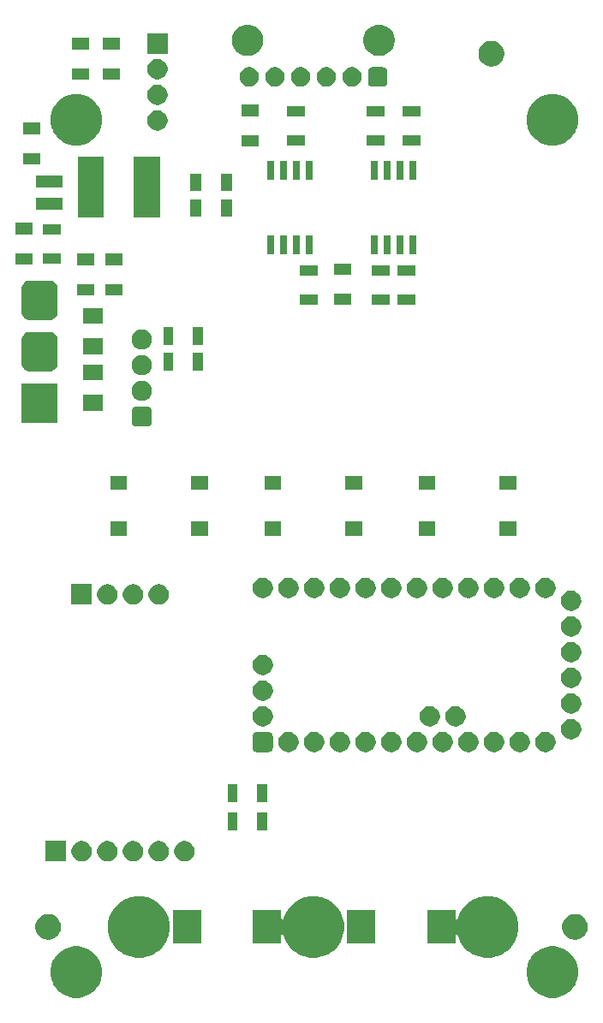
<source format=gts>
%TF.GenerationSoftware,KiCad,Pcbnew,(5.1.6)-1*%
%TF.CreationDate,2020-11-10T13:56:35+01:00*%
%TF.ProjectId,uCurrent Meter,75437572-7265-46e7-9420-4d657465722e,rev?*%
%TF.SameCoordinates,Original*%
%TF.FileFunction,Soldermask,Top*%
%TF.FilePolarity,Negative*%
%FSLAX46Y46*%
G04 Gerber Fmt 4.6, Leading zero omitted, Abs format (unit mm)*
G04 Created by KiCad (PCBNEW (5.1.6)-1) date 2020-11-10 13:56:35*
%MOMM*%
%LPD*%
G01*
G04 APERTURE LIST*
%ADD10C,0.150000*%
G04 APERTURE END LIST*
D10*
G36*
X156624098Y-146797033D02*
G01*
X157088350Y-146989332D01*
X157088352Y-146989333D01*
X157506168Y-147268509D01*
X157861491Y-147623832D01*
X157996575Y-147826000D01*
X158140668Y-148041650D01*
X158332967Y-148505902D01*
X158431000Y-148998747D01*
X158431000Y-149501253D01*
X158332967Y-149994098D01*
X158211093Y-150288329D01*
X158140667Y-150458352D01*
X157861491Y-150876168D01*
X157506168Y-151231491D01*
X157088352Y-151510667D01*
X157088351Y-151510668D01*
X157088350Y-151510668D01*
X156624098Y-151702967D01*
X156131253Y-151801000D01*
X155628747Y-151801000D01*
X155135902Y-151702967D01*
X154671650Y-151510668D01*
X154671649Y-151510668D01*
X154671648Y-151510667D01*
X154253832Y-151231491D01*
X153898509Y-150876168D01*
X153619333Y-150458352D01*
X153548907Y-150288329D01*
X153427033Y-149994098D01*
X153329000Y-149501253D01*
X153329000Y-148998747D01*
X153427033Y-148505902D01*
X153619332Y-148041650D01*
X153763425Y-147826000D01*
X153898509Y-147623832D01*
X154253832Y-147268509D01*
X154671648Y-146989333D01*
X154671650Y-146989332D01*
X155135902Y-146797033D01*
X155628747Y-146699000D01*
X156131253Y-146699000D01*
X156624098Y-146797033D01*
G37*
G36*
X109574098Y-146797033D02*
G01*
X110038350Y-146989332D01*
X110038352Y-146989333D01*
X110456168Y-147268509D01*
X110811491Y-147623832D01*
X110946575Y-147826000D01*
X111090668Y-148041650D01*
X111282967Y-148505902D01*
X111381000Y-148998747D01*
X111381000Y-149501253D01*
X111282967Y-149994098D01*
X111161093Y-150288329D01*
X111090667Y-150458352D01*
X110811491Y-150876168D01*
X110456168Y-151231491D01*
X110038352Y-151510667D01*
X110038351Y-151510668D01*
X110038350Y-151510668D01*
X109574098Y-151702967D01*
X109081253Y-151801000D01*
X108578747Y-151801000D01*
X108085902Y-151702967D01*
X107621650Y-151510668D01*
X107621649Y-151510668D01*
X107621648Y-151510667D01*
X107203832Y-151231491D01*
X106848509Y-150876168D01*
X106569333Y-150458352D01*
X106498907Y-150288329D01*
X106377033Y-149994098D01*
X106279000Y-149501253D01*
X106279000Y-148998747D01*
X106377033Y-148505902D01*
X106569332Y-148041650D01*
X106713425Y-147826000D01*
X106848509Y-147623832D01*
X107203832Y-147268509D01*
X107621648Y-146989333D01*
X107621650Y-146989332D01*
X108085902Y-146797033D01*
X108578747Y-146699000D01*
X109081253Y-146699000D01*
X109574098Y-146797033D01*
G37*
G36*
X150383293Y-141846248D02*
G01*
X150938539Y-142076238D01*
X150938540Y-142076239D01*
X151438249Y-142410134D01*
X151863216Y-142835101D01*
X151863217Y-142835103D01*
X152197112Y-143334811D01*
X152427102Y-143890057D01*
X152544350Y-144479501D01*
X152544350Y-145080499D01*
X152427102Y-145669943D01*
X152197112Y-146225189D01*
X152197111Y-146225190D01*
X151863216Y-146724899D01*
X151438249Y-147149866D01*
X151260687Y-147268509D01*
X150938539Y-147483762D01*
X150383293Y-147713752D01*
X149793849Y-147831000D01*
X149192851Y-147831000D01*
X148603407Y-147713752D01*
X148048161Y-147483762D01*
X147726013Y-147268509D01*
X147548451Y-147149866D01*
X147123484Y-146724899D01*
X146789589Y-146225190D01*
X146789588Y-146225189D01*
X146559598Y-145669943D01*
X146552596Y-145634742D01*
X146545483Y-145611293D01*
X146533932Y-145589682D01*
X146518387Y-145570740D01*
X146499445Y-145555195D01*
X146477834Y-145543644D01*
X146454385Y-145536531D01*
X146429999Y-145534129D01*
X146405613Y-145536531D01*
X146382164Y-145543644D01*
X146360553Y-145555195D01*
X146341611Y-145570740D01*
X146326066Y-145589682D01*
X146314515Y-145611293D01*
X146307402Y-145634742D01*
X146305000Y-145659128D01*
X146305000Y-146431000D01*
X143503000Y-146431000D01*
X143503000Y-143129000D01*
X146305000Y-143129000D01*
X146305000Y-143900872D01*
X146307402Y-143925258D01*
X146314515Y-143948707D01*
X146326066Y-143970318D01*
X146341611Y-143989260D01*
X146360553Y-144004805D01*
X146382164Y-144016356D01*
X146405613Y-144023469D01*
X146429999Y-144025871D01*
X146454385Y-144023469D01*
X146477834Y-144016356D01*
X146499445Y-144004805D01*
X146518387Y-143989260D01*
X146533932Y-143970318D01*
X146545483Y-143948707D01*
X146552596Y-143925258D01*
X146559598Y-143890057D01*
X146789588Y-143334811D01*
X147123483Y-142835103D01*
X147123484Y-142835101D01*
X147548451Y-142410134D01*
X148048160Y-142076239D01*
X148048161Y-142076238D01*
X148603407Y-141846248D01*
X149192851Y-141729000D01*
X149793849Y-141729000D01*
X150383293Y-141846248D01*
G37*
G36*
X133143293Y-141846248D02*
G01*
X133698539Y-142076238D01*
X133698540Y-142076239D01*
X134198249Y-142410134D01*
X134623216Y-142835101D01*
X134623217Y-142835103D01*
X134957112Y-143334811D01*
X135187102Y-143890057D01*
X135304350Y-144479501D01*
X135304350Y-145080499D01*
X135187102Y-145669943D01*
X134957112Y-146225189D01*
X134957111Y-146225190D01*
X134623216Y-146724899D01*
X134198249Y-147149866D01*
X134020687Y-147268509D01*
X133698539Y-147483762D01*
X133143293Y-147713752D01*
X132553849Y-147831000D01*
X131952851Y-147831000D01*
X131363407Y-147713752D01*
X130808161Y-147483762D01*
X130486013Y-147268509D01*
X130308451Y-147149866D01*
X129883484Y-146724899D01*
X129549589Y-146225190D01*
X129549588Y-146225189D01*
X129319598Y-145669943D01*
X129312596Y-145634742D01*
X129305483Y-145611293D01*
X129293932Y-145589682D01*
X129278387Y-145570740D01*
X129259445Y-145555195D01*
X129237834Y-145543644D01*
X129214385Y-145536531D01*
X129189999Y-145534129D01*
X129165613Y-145536531D01*
X129142164Y-145543644D01*
X129120553Y-145555195D01*
X129101611Y-145570740D01*
X129086066Y-145589682D01*
X129074515Y-145611293D01*
X129067402Y-145634742D01*
X129065000Y-145659128D01*
X129065000Y-146431000D01*
X126263000Y-146431000D01*
X126263000Y-143129000D01*
X129065000Y-143129000D01*
X129065000Y-143900872D01*
X129067402Y-143925258D01*
X129074515Y-143948707D01*
X129086066Y-143970318D01*
X129101611Y-143989260D01*
X129120553Y-144004805D01*
X129142164Y-144016356D01*
X129165613Y-144023469D01*
X129189999Y-144025871D01*
X129214385Y-144023469D01*
X129237834Y-144016356D01*
X129259445Y-144004805D01*
X129278387Y-143989260D01*
X129293932Y-143970318D01*
X129305483Y-143948707D01*
X129312596Y-143925258D01*
X129319598Y-143890057D01*
X129549588Y-143334811D01*
X129883483Y-142835103D01*
X129883484Y-142835101D01*
X130308451Y-142410134D01*
X130808160Y-142076239D01*
X130808161Y-142076238D01*
X131363407Y-141846248D01*
X131952851Y-141729000D01*
X132553849Y-141729000D01*
X133143293Y-141846248D01*
G37*
G36*
X115903293Y-141846248D02*
G01*
X116458539Y-142076238D01*
X116458540Y-142076239D01*
X116958249Y-142410134D01*
X117383216Y-142835101D01*
X117383217Y-142835103D01*
X117717112Y-143334811D01*
X117947102Y-143890057D01*
X118064350Y-144479501D01*
X118064350Y-145080499D01*
X117947102Y-145669943D01*
X117717112Y-146225189D01*
X117717111Y-146225190D01*
X117383216Y-146724899D01*
X116958249Y-147149866D01*
X116780687Y-147268509D01*
X116458539Y-147483762D01*
X115903293Y-147713752D01*
X115313849Y-147831000D01*
X114712851Y-147831000D01*
X114123407Y-147713752D01*
X113568161Y-147483762D01*
X113246013Y-147268509D01*
X113068451Y-147149866D01*
X112643484Y-146724899D01*
X112309589Y-146225190D01*
X112309588Y-146225189D01*
X112079598Y-145669943D01*
X111962350Y-145080499D01*
X111962350Y-144479501D01*
X112079598Y-143890057D01*
X112309588Y-143334811D01*
X112643483Y-142835103D01*
X112643484Y-142835101D01*
X113068451Y-142410134D01*
X113568160Y-142076239D01*
X113568161Y-142076238D01*
X114123407Y-141846248D01*
X114712851Y-141729000D01*
X115313849Y-141729000D01*
X115903293Y-141846248D01*
G37*
G36*
X121165000Y-146431000D02*
G01*
X118363000Y-146431000D01*
X118363000Y-143129000D01*
X121165000Y-143129000D01*
X121165000Y-146431000D01*
G37*
G36*
X138405000Y-146431000D02*
G01*
X135603000Y-146431000D01*
X135603000Y-143129000D01*
X138405000Y-143129000D01*
X138405000Y-146431000D01*
G37*
G36*
X158362764Y-143534402D02*
G01*
X158485445Y-143558805D01*
X158716571Y-143654541D01*
X158924578Y-143793527D01*
X159101473Y-143970422D01*
X159240459Y-144178429D01*
X159336195Y-144409555D01*
X159385000Y-144654916D01*
X159385000Y-144905084D01*
X159336195Y-145150445D01*
X159240459Y-145381571D01*
X159101473Y-145589578D01*
X158924578Y-145766473D01*
X158716571Y-145905459D01*
X158485445Y-146001195D01*
X158362765Y-146025597D01*
X158240085Y-146050000D01*
X157989915Y-146050000D01*
X157867235Y-146025597D01*
X157744555Y-146001195D01*
X157513429Y-145905459D01*
X157305422Y-145766473D01*
X157128527Y-145589578D01*
X156989541Y-145381571D01*
X156893805Y-145150445D01*
X156845000Y-144905084D01*
X156845000Y-144654916D01*
X156893805Y-144409555D01*
X156989541Y-144178429D01*
X157128527Y-143970422D01*
X157305422Y-143793527D01*
X157513429Y-143654541D01*
X157744555Y-143558805D01*
X157867236Y-143534402D01*
X157989915Y-143510000D01*
X158240085Y-143510000D01*
X158362764Y-143534402D01*
G37*
G36*
X106292764Y-143534402D02*
G01*
X106415445Y-143558805D01*
X106646571Y-143654541D01*
X106854578Y-143793527D01*
X107031473Y-143970422D01*
X107170459Y-144178429D01*
X107266195Y-144409555D01*
X107315000Y-144654916D01*
X107315000Y-144905084D01*
X107266195Y-145150445D01*
X107170459Y-145381571D01*
X107031473Y-145589578D01*
X106854578Y-145766473D01*
X106646571Y-145905459D01*
X106415445Y-146001195D01*
X106292765Y-146025597D01*
X106170085Y-146050000D01*
X105919915Y-146050000D01*
X105797235Y-146025597D01*
X105674555Y-146001195D01*
X105443429Y-145905459D01*
X105235422Y-145766473D01*
X105058527Y-145589578D01*
X104919541Y-145381571D01*
X104823805Y-145150445D01*
X104775000Y-144905084D01*
X104775000Y-144654916D01*
X104823805Y-144409555D01*
X104919541Y-144178429D01*
X105058527Y-143970422D01*
X105235422Y-143793527D01*
X105443429Y-143654541D01*
X105674555Y-143558805D01*
X105797236Y-143534402D01*
X105919915Y-143510000D01*
X106170085Y-143510000D01*
X106292764Y-143534402D01*
G37*
G36*
X117258981Y-136324468D02*
G01*
X117441151Y-136399926D01*
X117605100Y-136509473D01*
X117744527Y-136648900D01*
X117854074Y-136812849D01*
X117929532Y-136995019D01*
X117968000Y-137188410D01*
X117968000Y-137385590D01*
X117929532Y-137578981D01*
X117854074Y-137761151D01*
X117744527Y-137925100D01*
X117605100Y-138064527D01*
X117441151Y-138174074D01*
X117258981Y-138249532D01*
X117065591Y-138288000D01*
X116868409Y-138288000D01*
X116675019Y-138249532D01*
X116492849Y-138174074D01*
X116328900Y-138064527D01*
X116189473Y-137925100D01*
X116079926Y-137761151D01*
X116004468Y-137578981D01*
X115966000Y-137385590D01*
X115966000Y-137188410D01*
X116004468Y-136995019D01*
X116079926Y-136812849D01*
X116189473Y-136648900D01*
X116328900Y-136509473D01*
X116492849Y-136399926D01*
X116675019Y-136324468D01*
X116868409Y-136286000D01*
X117065591Y-136286000D01*
X117258981Y-136324468D01*
G37*
G36*
X114718981Y-136324468D02*
G01*
X114901151Y-136399926D01*
X115065100Y-136509473D01*
X115204527Y-136648900D01*
X115314074Y-136812849D01*
X115389532Y-136995019D01*
X115428000Y-137188410D01*
X115428000Y-137385590D01*
X115389532Y-137578981D01*
X115314074Y-137761151D01*
X115204527Y-137925100D01*
X115065100Y-138064527D01*
X114901151Y-138174074D01*
X114718981Y-138249532D01*
X114525591Y-138288000D01*
X114328409Y-138288000D01*
X114135019Y-138249532D01*
X113952849Y-138174074D01*
X113788900Y-138064527D01*
X113649473Y-137925100D01*
X113539926Y-137761151D01*
X113464468Y-137578981D01*
X113426000Y-137385590D01*
X113426000Y-137188410D01*
X113464468Y-136995019D01*
X113539926Y-136812849D01*
X113649473Y-136648900D01*
X113788900Y-136509473D01*
X113952849Y-136399926D01*
X114135019Y-136324468D01*
X114328409Y-136286000D01*
X114525591Y-136286000D01*
X114718981Y-136324468D01*
G37*
G36*
X112178981Y-136324468D02*
G01*
X112361151Y-136399926D01*
X112525100Y-136509473D01*
X112664527Y-136648900D01*
X112774074Y-136812849D01*
X112849532Y-136995019D01*
X112888000Y-137188410D01*
X112888000Y-137385590D01*
X112849532Y-137578981D01*
X112774074Y-137761151D01*
X112664527Y-137925100D01*
X112525100Y-138064527D01*
X112361151Y-138174074D01*
X112178981Y-138249532D01*
X111985591Y-138288000D01*
X111788409Y-138288000D01*
X111595019Y-138249532D01*
X111412849Y-138174074D01*
X111248900Y-138064527D01*
X111109473Y-137925100D01*
X110999926Y-137761151D01*
X110924468Y-137578981D01*
X110886000Y-137385590D01*
X110886000Y-137188410D01*
X110924468Y-136995019D01*
X110999926Y-136812849D01*
X111109473Y-136648900D01*
X111248900Y-136509473D01*
X111412849Y-136399926D01*
X111595019Y-136324468D01*
X111788409Y-136286000D01*
X111985591Y-136286000D01*
X112178981Y-136324468D01*
G37*
G36*
X109638981Y-136324468D02*
G01*
X109821151Y-136399926D01*
X109985100Y-136509473D01*
X110124527Y-136648900D01*
X110234074Y-136812849D01*
X110309532Y-136995019D01*
X110348000Y-137188410D01*
X110348000Y-137385590D01*
X110309532Y-137578981D01*
X110234074Y-137761151D01*
X110124527Y-137925100D01*
X109985100Y-138064527D01*
X109821151Y-138174074D01*
X109638981Y-138249532D01*
X109445591Y-138288000D01*
X109248409Y-138288000D01*
X109055019Y-138249532D01*
X108872849Y-138174074D01*
X108708900Y-138064527D01*
X108569473Y-137925100D01*
X108459926Y-137761151D01*
X108384468Y-137578981D01*
X108346000Y-137385590D01*
X108346000Y-137188410D01*
X108384468Y-136995019D01*
X108459926Y-136812849D01*
X108569473Y-136648900D01*
X108708900Y-136509473D01*
X108872849Y-136399926D01*
X109055019Y-136324468D01*
X109248409Y-136286000D01*
X109445591Y-136286000D01*
X109638981Y-136324468D01*
G37*
G36*
X107808000Y-138288000D02*
G01*
X105806000Y-138288000D01*
X105806000Y-136286000D01*
X107808000Y-136286000D01*
X107808000Y-138288000D01*
G37*
G36*
X119798981Y-136324468D02*
G01*
X119981151Y-136399926D01*
X120145100Y-136509473D01*
X120284527Y-136648900D01*
X120394074Y-136812849D01*
X120469532Y-136995019D01*
X120508000Y-137188410D01*
X120508000Y-137385590D01*
X120469532Y-137578981D01*
X120394074Y-137761151D01*
X120284527Y-137925100D01*
X120145100Y-138064527D01*
X119981151Y-138174074D01*
X119798981Y-138249532D01*
X119605591Y-138288000D01*
X119408409Y-138288000D01*
X119215019Y-138249532D01*
X119032849Y-138174074D01*
X118868900Y-138064527D01*
X118729473Y-137925100D01*
X118619926Y-137761151D01*
X118544468Y-137578981D01*
X118506000Y-137385590D01*
X118506000Y-137188410D01*
X118544468Y-136995019D01*
X118619926Y-136812849D01*
X118729473Y-136648900D01*
X118868900Y-136509473D01*
X119032849Y-136399926D01*
X119215019Y-136324468D01*
X119408409Y-136286000D01*
X119605591Y-136286000D01*
X119798981Y-136324468D01*
G37*
G36*
X127681000Y-135267000D02*
G01*
X126679000Y-135267000D01*
X126679000Y-133465000D01*
X127681000Y-133465000D01*
X127681000Y-135267000D01*
G37*
G36*
X124781000Y-135267000D02*
G01*
X123779000Y-135267000D01*
X123779000Y-133465000D01*
X124781000Y-133465000D01*
X124781000Y-135267000D01*
G37*
G36*
X127681000Y-132473000D02*
G01*
X126679000Y-132473000D01*
X126679000Y-130671000D01*
X127681000Y-130671000D01*
X127681000Y-132473000D01*
G37*
G36*
X124781000Y-132473000D02*
G01*
X123779000Y-132473000D01*
X123779000Y-130671000D01*
X124781000Y-130671000D01*
X124781000Y-132473000D01*
G37*
G36*
X142640938Y-125500617D02*
G01*
X142785981Y-125529468D01*
X142968151Y-125604926D01*
X143132100Y-125714473D01*
X143271527Y-125853900D01*
X143381074Y-126017849D01*
X143456532Y-126200019D01*
X143495000Y-126393410D01*
X143495000Y-126590590D01*
X143456532Y-126783981D01*
X143381074Y-126966151D01*
X143271527Y-127130100D01*
X143132100Y-127269527D01*
X142968151Y-127379074D01*
X142785981Y-127454532D01*
X142689285Y-127473766D01*
X142592591Y-127493000D01*
X142395409Y-127493000D01*
X142298715Y-127473766D01*
X142202019Y-127454532D01*
X142019849Y-127379074D01*
X141855900Y-127269527D01*
X141716473Y-127130100D01*
X141606926Y-126966151D01*
X141531468Y-126783981D01*
X141493000Y-126590590D01*
X141493000Y-126393410D01*
X141531468Y-126200019D01*
X141606926Y-126017849D01*
X141716473Y-125853900D01*
X141855900Y-125714473D01*
X142019849Y-125604926D01*
X142202019Y-125529468D01*
X142347062Y-125500617D01*
X142395409Y-125491000D01*
X142592591Y-125491000D01*
X142640938Y-125500617D01*
G37*
G36*
X155340938Y-125500617D02*
G01*
X155485981Y-125529468D01*
X155668151Y-125604926D01*
X155832100Y-125714473D01*
X155971527Y-125853900D01*
X156081074Y-126017849D01*
X156156532Y-126200019D01*
X156195000Y-126393410D01*
X156195000Y-126590590D01*
X156156532Y-126783981D01*
X156081074Y-126966151D01*
X155971527Y-127130100D01*
X155832100Y-127269527D01*
X155668151Y-127379074D01*
X155485981Y-127454532D01*
X155389285Y-127473766D01*
X155292591Y-127493000D01*
X155095409Y-127493000D01*
X154998715Y-127473766D01*
X154902019Y-127454532D01*
X154719849Y-127379074D01*
X154555900Y-127269527D01*
X154416473Y-127130100D01*
X154306926Y-126966151D01*
X154231468Y-126783981D01*
X154193000Y-126590590D01*
X154193000Y-126393410D01*
X154231468Y-126200019D01*
X154306926Y-126017849D01*
X154416473Y-125853900D01*
X154555900Y-125714473D01*
X154719849Y-125604926D01*
X154902019Y-125529468D01*
X155047062Y-125500617D01*
X155095409Y-125491000D01*
X155292591Y-125491000D01*
X155340938Y-125500617D01*
G37*
G36*
X127902333Y-125500009D02*
G01*
X127984379Y-125524898D01*
X128060006Y-125565321D01*
X128126285Y-125619715D01*
X128180679Y-125685994D01*
X128221102Y-125761621D01*
X128245990Y-125843664D01*
X128255000Y-125935140D01*
X128255000Y-127048860D01*
X128245991Y-127140333D01*
X128221102Y-127222379D01*
X128180679Y-127298006D01*
X128126285Y-127364285D01*
X128060006Y-127418679D01*
X127984379Y-127459102D01*
X127902333Y-127483991D01*
X127810860Y-127493000D01*
X126697140Y-127493000D01*
X126605667Y-127483991D01*
X126523621Y-127459102D01*
X126447994Y-127418679D01*
X126381715Y-127364285D01*
X126327321Y-127298006D01*
X126286898Y-127222379D01*
X126262009Y-127140333D01*
X126253000Y-127048860D01*
X126253000Y-125935140D01*
X126262010Y-125843664D01*
X126286898Y-125761621D01*
X126327321Y-125685994D01*
X126381715Y-125619715D01*
X126447994Y-125565321D01*
X126523621Y-125524898D01*
X126605667Y-125500009D01*
X126697140Y-125491000D01*
X127810860Y-125491000D01*
X127902333Y-125500009D01*
G37*
G36*
X129940938Y-125500617D02*
G01*
X130085981Y-125529468D01*
X130268151Y-125604926D01*
X130432100Y-125714473D01*
X130571527Y-125853900D01*
X130681074Y-126017849D01*
X130756532Y-126200019D01*
X130795000Y-126393410D01*
X130795000Y-126590590D01*
X130756532Y-126783981D01*
X130681074Y-126966151D01*
X130571527Y-127130100D01*
X130432100Y-127269527D01*
X130268151Y-127379074D01*
X130085981Y-127454532D01*
X129989285Y-127473766D01*
X129892591Y-127493000D01*
X129695409Y-127493000D01*
X129598715Y-127473766D01*
X129502019Y-127454532D01*
X129319849Y-127379074D01*
X129155900Y-127269527D01*
X129016473Y-127130100D01*
X128906926Y-126966151D01*
X128831468Y-126783981D01*
X128793000Y-126590590D01*
X128793000Y-126393410D01*
X128831468Y-126200019D01*
X128906926Y-126017849D01*
X129016473Y-125853900D01*
X129155900Y-125714473D01*
X129319849Y-125604926D01*
X129502019Y-125529468D01*
X129647062Y-125500617D01*
X129695409Y-125491000D01*
X129892591Y-125491000D01*
X129940938Y-125500617D01*
G37*
G36*
X132480938Y-125500617D02*
G01*
X132625981Y-125529468D01*
X132808151Y-125604926D01*
X132972100Y-125714473D01*
X133111527Y-125853900D01*
X133221074Y-126017849D01*
X133296532Y-126200019D01*
X133335000Y-126393410D01*
X133335000Y-126590590D01*
X133296532Y-126783981D01*
X133221074Y-126966151D01*
X133111527Y-127130100D01*
X132972100Y-127269527D01*
X132808151Y-127379074D01*
X132625981Y-127454532D01*
X132529285Y-127473766D01*
X132432591Y-127493000D01*
X132235409Y-127493000D01*
X132138715Y-127473766D01*
X132042019Y-127454532D01*
X131859849Y-127379074D01*
X131695900Y-127269527D01*
X131556473Y-127130100D01*
X131446926Y-126966151D01*
X131371468Y-126783981D01*
X131333000Y-126590590D01*
X131333000Y-126393410D01*
X131371468Y-126200019D01*
X131446926Y-126017849D01*
X131556473Y-125853900D01*
X131695900Y-125714473D01*
X131859849Y-125604926D01*
X132042019Y-125529468D01*
X132187062Y-125500617D01*
X132235409Y-125491000D01*
X132432591Y-125491000D01*
X132480938Y-125500617D01*
G37*
G36*
X135020938Y-125500617D02*
G01*
X135165981Y-125529468D01*
X135348151Y-125604926D01*
X135512100Y-125714473D01*
X135651527Y-125853900D01*
X135761074Y-126017849D01*
X135836532Y-126200019D01*
X135875000Y-126393410D01*
X135875000Y-126590590D01*
X135836532Y-126783981D01*
X135761074Y-126966151D01*
X135651527Y-127130100D01*
X135512100Y-127269527D01*
X135348151Y-127379074D01*
X135165981Y-127454532D01*
X135069285Y-127473766D01*
X134972591Y-127493000D01*
X134775409Y-127493000D01*
X134678715Y-127473766D01*
X134582019Y-127454532D01*
X134399849Y-127379074D01*
X134235900Y-127269527D01*
X134096473Y-127130100D01*
X133986926Y-126966151D01*
X133911468Y-126783981D01*
X133873000Y-126590590D01*
X133873000Y-126393410D01*
X133911468Y-126200019D01*
X133986926Y-126017849D01*
X134096473Y-125853900D01*
X134235900Y-125714473D01*
X134399849Y-125604926D01*
X134582019Y-125529468D01*
X134727062Y-125500617D01*
X134775409Y-125491000D01*
X134972591Y-125491000D01*
X135020938Y-125500617D01*
G37*
G36*
X137560938Y-125500617D02*
G01*
X137705981Y-125529468D01*
X137888151Y-125604926D01*
X138052100Y-125714473D01*
X138191527Y-125853900D01*
X138301074Y-126017849D01*
X138376532Y-126200019D01*
X138415000Y-126393410D01*
X138415000Y-126590590D01*
X138376532Y-126783981D01*
X138301074Y-126966151D01*
X138191527Y-127130100D01*
X138052100Y-127269527D01*
X137888151Y-127379074D01*
X137705981Y-127454532D01*
X137609285Y-127473766D01*
X137512591Y-127493000D01*
X137315409Y-127493000D01*
X137218715Y-127473766D01*
X137122019Y-127454532D01*
X136939849Y-127379074D01*
X136775900Y-127269527D01*
X136636473Y-127130100D01*
X136526926Y-126966151D01*
X136451468Y-126783981D01*
X136413000Y-126590590D01*
X136413000Y-126393410D01*
X136451468Y-126200019D01*
X136526926Y-126017849D01*
X136636473Y-125853900D01*
X136775900Y-125714473D01*
X136939849Y-125604926D01*
X137122019Y-125529468D01*
X137267062Y-125500617D01*
X137315409Y-125491000D01*
X137512591Y-125491000D01*
X137560938Y-125500617D01*
G37*
G36*
X140100938Y-125500617D02*
G01*
X140245981Y-125529468D01*
X140428151Y-125604926D01*
X140592100Y-125714473D01*
X140731527Y-125853900D01*
X140841074Y-126017849D01*
X140916532Y-126200019D01*
X140955000Y-126393410D01*
X140955000Y-126590590D01*
X140916532Y-126783981D01*
X140841074Y-126966151D01*
X140731527Y-127130100D01*
X140592100Y-127269527D01*
X140428151Y-127379074D01*
X140245981Y-127454532D01*
X140149285Y-127473766D01*
X140052591Y-127493000D01*
X139855409Y-127493000D01*
X139758715Y-127473766D01*
X139662019Y-127454532D01*
X139479849Y-127379074D01*
X139315900Y-127269527D01*
X139176473Y-127130100D01*
X139066926Y-126966151D01*
X138991468Y-126783981D01*
X138953000Y-126590590D01*
X138953000Y-126393410D01*
X138991468Y-126200019D01*
X139066926Y-126017849D01*
X139176473Y-125853900D01*
X139315900Y-125714473D01*
X139479849Y-125604926D01*
X139662019Y-125529468D01*
X139807062Y-125500617D01*
X139855409Y-125491000D01*
X140052591Y-125491000D01*
X140100938Y-125500617D01*
G37*
G36*
X145180938Y-125500617D02*
G01*
X145325981Y-125529468D01*
X145508151Y-125604926D01*
X145672100Y-125714473D01*
X145811527Y-125853900D01*
X145921074Y-126017849D01*
X145996532Y-126200019D01*
X146035000Y-126393410D01*
X146035000Y-126590590D01*
X145996532Y-126783981D01*
X145921074Y-126966151D01*
X145811527Y-127130100D01*
X145672100Y-127269527D01*
X145508151Y-127379074D01*
X145325981Y-127454532D01*
X145229285Y-127473766D01*
X145132591Y-127493000D01*
X144935409Y-127493000D01*
X144838715Y-127473766D01*
X144742019Y-127454532D01*
X144559849Y-127379074D01*
X144395900Y-127269527D01*
X144256473Y-127130100D01*
X144146926Y-126966151D01*
X144071468Y-126783981D01*
X144033000Y-126590590D01*
X144033000Y-126393410D01*
X144071468Y-126200019D01*
X144146926Y-126017849D01*
X144256473Y-125853900D01*
X144395900Y-125714473D01*
X144559849Y-125604926D01*
X144742019Y-125529468D01*
X144887062Y-125500617D01*
X144935409Y-125491000D01*
X145132591Y-125491000D01*
X145180938Y-125500617D01*
G37*
G36*
X147720938Y-125500617D02*
G01*
X147865981Y-125529468D01*
X148048151Y-125604926D01*
X148212100Y-125714473D01*
X148351527Y-125853900D01*
X148461074Y-126017849D01*
X148536532Y-126200019D01*
X148575000Y-126393410D01*
X148575000Y-126590590D01*
X148536532Y-126783981D01*
X148461074Y-126966151D01*
X148351527Y-127130100D01*
X148212100Y-127269527D01*
X148048151Y-127379074D01*
X147865981Y-127454532D01*
X147769285Y-127473766D01*
X147672591Y-127493000D01*
X147475409Y-127493000D01*
X147378715Y-127473766D01*
X147282019Y-127454532D01*
X147099849Y-127379074D01*
X146935900Y-127269527D01*
X146796473Y-127130100D01*
X146686926Y-126966151D01*
X146611468Y-126783981D01*
X146573000Y-126590590D01*
X146573000Y-126393410D01*
X146611468Y-126200019D01*
X146686926Y-126017849D01*
X146796473Y-125853900D01*
X146935900Y-125714473D01*
X147099849Y-125604926D01*
X147282019Y-125529468D01*
X147427062Y-125500617D01*
X147475409Y-125491000D01*
X147672591Y-125491000D01*
X147720938Y-125500617D01*
G37*
G36*
X150260938Y-125500617D02*
G01*
X150405981Y-125529468D01*
X150588151Y-125604926D01*
X150752100Y-125714473D01*
X150891527Y-125853900D01*
X151001074Y-126017849D01*
X151076532Y-126200019D01*
X151115000Y-126393410D01*
X151115000Y-126590590D01*
X151076532Y-126783981D01*
X151001074Y-126966151D01*
X150891527Y-127130100D01*
X150752100Y-127269527D01*
X150588151Y-127379074D01*
X150405981Y-127454532D01*
X150309285Y-127473766D01*
X150212591Y-127493000D01*
X150015409Y-127493000D01*
X149918715Y-127473766D01*
X149822019Y-127454532D01*
X149639849Y-127379074D01*
X149475900Y-127269527D01*
X149336473Y-127130100D01*
X149226926Y-126966151D01*
X149151468Y-126783981D01*
X149113000Y-126590590D01*
X149113000Y-126393410D01*
X149151468Y-126200019D01*
X149226926Y-126017849D01*
X149336473Y-125853900D01*
X149475900Y-125714473D01*
X149639849Y-125604926D01*
X149822019Y-125529468D01*
X149967062Y-125500617D01*
X150015409Y-125491000D01*
X150212591Y-125491000D01*
X150260938Y-125500617D01*
G37*
G36*
X152800938Y-125500617D02*
G01*
X152945981Y-125529468D01*
X153128151Y-125604926D01*
X153292100Y-125714473D01*
X153431527Y-125853900D01*
X153541074Y-126017849D01*
X153616532Y-126200019D01*
X153655000Y-126393410D01*
X153655000Y-126590590D01*
X153616532Y-126783981D01*
X153541074Y-126966151D01*
X153431527Y-127130100D01*
X153292100Y-127269527D01*
X153128151Y-127379074D01*
X152945981Y-127454532D01*
X152849285Y-127473766D01*
X152752591Y-127493000D01*
X152555409Y-127493000D01*
X152458715Y-127473766D01*
X152362019Y-127454532D01*
X152179849Y-127379074D01*
X152015900Y-127269527D01*
X151876473Y-127130100D01*
X151766926Y-126966151D01*
X151691468Y-126783981D01*
X151653000Y-126590590D01*
X151653000Y-126393410D01*
X151691468Y-126200019D01*
X151766926Y-126017849D01*
X151876473Y-125853900D01*
X152015900Y-125714473D01*
X152179849Y-125604926D01*
X152362019Y-125529468D01*
X152507062Y-125500617D01*
X152555409Y-125491000D01*
X152752591Y-125491000D01*
X152800938Y-125500617D01*
G37*
G36*
X157929285Y-124240234D02*
G01*
X158025981Y-124259468D01*
X158208151Y-124334926D01*
X158372100Y-124444473D01*
X158511527Y-124583900D01*
X158621074Y-124747849D01*
X158696532Y-124930019D01*
X158735000Y-125123410D01*
X158735000Y-125320590D01*
X158696532Y-125513981D01*
X158621074Y-125696151D01*
X158511527Y-125860100D01*
X158372100Y-125999527D01*
X158208151Y-126109074D01*
X158025981Y-126184532D01*
X157948123Y-126200019D01*
X157832591Y-126223000D01*
X157635409Y-126223000D01*
X157519877Y-126200019D01*
X157442019Y-126184532D01*
X157259849Y-126109074D01*
X157095900Y-125999527D01*
X156956473Y-125860100D01*
X156846926Y-125696151D01*
X156771468Y-125513981D01*
X156733000Y-125320590D01*
X156733000Y-125123410D01*
X156771468Y-124930019D01*
X156846926Y-124747849D01*
X156956473Y-124583900D01*
X157095900Y-124444473D01*
X157259849Y-124334926D01*
X157442019Y-124259468D01*
X157538715Y-124240234D01*
X157635409Y-124221000D01*
X157832591Y-124221000D01*
X157929285Y-124240234D01*
G37*
G36*
X143959285Y-122970234D02*
G01*
X144055981Y-122989468D01*
X144238151Y-123064926D01*
X144402100Y-123174473D01*
X144541527Y-123313900D01*
X144651074Y-123477849D01*
X144726532Y-123660019D01*
X144765000Y-123853410D01*
X144765000Y-124050590D01*
X144726532Y-124243981D01*
X144651074Y-124426151D01*
X144541527Y-124590100D01*
X144402100Y-124729527D01*
X144238151Y-124839074D01*
X144055981Y-124914532D01*
X143978123Y-124930019D01*
X143862591Y-124953000D01*
X143665409Y-124953000D01*
X143549877Y-124930019D01*
X143472019Y-124914532D01*
X143289849Y-124839074D01*
X143125900Y-124729527D01*
X142986473Y-124590100D01*
X142876926Y-124426151D01*
X142801468Y-124243981D01*
X142763000Y-124050590D01*
X142763000Y-123853410D01*
X142801468Y-123660019D01*
X142876926Y-123477849D01*
X142986473Y-123313900D01*
X143125900Y-123174473D01*
X143289849Y-123064926D01*
X143472019Y-122989468D01*
X143568715Y-122970234D01*
X143665409Y-122951000D01*
X143862591Y-122951000D01*
X143959285Y-122970234D01*
G37*
G36*
X146499285Y-122970234D02*
G01*
X146595981Y-122989468D01*
X146778151Y-123064926D01*
X146942100Y-123174473D01*
X147081527Y-123313900D01*
X147191074Y-123477849D01*
X147266532Y-123660019D01*
X147305000Y-123853410D01*
X147305000Y-124050590D01*
X147266532Y-124243981D01*
X147191074Y-124426151D01*
X147081527Y-124590100D01*
X146942100Y-124729527D01*
X146778151Y-124839074D01*
X146595981Y-124914532D01*
X146518123Y-124930019D01*
X146402591Y-124953000D01*
X146205409Y-124953000D01*
X146089877Y-124930019D01*
X146012019Y-124914532D01*
X145829849Y-124839074D01*
X145665900Y-124729527D01*
X145526473Y-124590100D01*
X145416926Y-124426151D01*
X145341468Y-124243981D01*
X145303000Y-124050590D01*
X145303000Y-123853410D01*
X145341468Y-123660019D01*
X145416926Y-123477849D01*
X145526473Y-123313900D01*
X145665900Y-123174473D01*
X145829849Y-123064926D01*
X146012019Y-122989468D01*
X146108715Y-122970234D01*
X146205409Y-122951000D01*
X146402591Y-122951000D01*
X146499285Y-122970234D01*
G37*
G36*
X127449285Y-122970234D02*
G01*
X127545981Y-122989468D01*
X127728151Y-123064926D01*
X127892100Y-123174473D01*
X128031527Y-123313900D01*
X128141074Y-123477849D01*
X128216532Y-123660019D01*
X128255000Y-123853410D01*
X128255000Y-124050590D01*
X128216532Y-124243981D01*
X128141074Y-124426151D01*
X128031527Y-124590100D01*
X127892100Y-124729527D01*
X127728151Y-124839074D01*
X127545981Y-124914532D01*
X127468123Y-124930019D01*
X127352591Y-124953000D01*
X127155409Y-124953000D01*
X127039877Y-124930019D01*
X126962019Y-124914532D01*
X126779849Y-124839074D01*
X126615900Y-124729527D01*
X126476473Y-124590100D01*
X126366926Y-124426151D01*
X126291468Y-124243981D01*
X126253000Y-124050590D01*
X126253000Y-123853410D01*
X126291468Y-123660019D01*
X126366926Y-123477849D01*
X126476473Y-123313900D01*
X126615900Y-123174473D01*
X126779849Y-123064926D01*
X126962019Y-122989468D01*
X127058715Y-122970234D01*
X127155409Y-122951000D01*
X127352591Y-122951000D01*
X127449285Y-122970234D01*
G37*
G36*
X158025981Y-121719468D02*
G01*
X158208151Y-121794926D01*
X158372100Y-121904473D01*
X158511527Y-122043900D01*
X158621074Y-122207849D01*
X158696532Y-122390019D01*
X158735000Y-122583410D01*
X158735000Y-122780590D01*
X158696532Y-122973981D01*
X158621074Y-123156151D01*
X158511527Y-123320100D01*
X158372100Y-123459527D01*
X158208151Y-123569074D01*
X158025981Y-123644532D01*
X157948123Y-123660019D01*
X157832591Y-123683000D01*
X157635409Y-123683000D01*
X157519877Y-123660019D01*
X157442019Y-123644532D01*
X157259849Y-123569074D01*
X157095900Y-123459527D01*
X156956473Y-123320100D01*
X156846926Y-123156151D01*
X156771468Y-122973981D01*
X156733000Y-122780590D01*
X156733000Y-122583410D01*
X156771468Y-122390019D01*
X156846926Y-122207849D01*
X156956473Y-122043900D01*
X157095900Y-121904473D01*
X157259849Y-121794926D01*
X157442019Y-121719468D01*
X157635409Y-121681000D01*
X157832591Y-121681000D01*
X158025981Y-121719468D01*
G37*
G36*
X127545981Y-120449468D02*
G01*
X127728151Y-120524926D01*
X127892100Y-120634473D01*
X128031527Y-120773900D01*
X128141074Y-120937849D01*
X128216532Y-121120019D01*
X128255000Y-121313410D01*
X128255000Y-121510590D01*
X128216532Y-121703981D01*
X128141074Y-121886151D01*
X128031527Y-122050100D01*
X127892100Y-122189527D01*
X127728151Y-122299074D01*
X127545981Y-122374532D01*
X127468123Y-122390019D01*
X127352591Y-122413000D01*
X127155409Y-122413000D01*
X127039877Y-122390019D01*
X126962019Y-122374532D01*
X126779849Y-122299074D01*
X126615900Y-122189527D01*
X126476473Y-122050100D01*
X126366926Y-121886151D01*
X126291468Y-121703981D01*
X126253000Y-121510590D01*
X126253000Y-121313410D01*
X126291468Y-121120019D01*
X126366926Y-120937849D01*
X126476473Y-120773900D01*
X126615900Y-120634473D01*
X126779849Y-120524926D01*
X126962019Y-120449468D01*
X127155409Y-120411000D01*
X127352591Y-120411000D01*
X127545981Y-120449468D01*
G37*
G36*
X158025981Y-119179468D02*
G01*
X158208151Y-119254926D01*
X158372100Y-119364473D01*
X158511527Y-119503900D01*
X158621074Y-119667849D01*
X158696532Y-119850019D01*
X158735000Y-120043410D01*
X158735000Y-120240590D01*
X158696532Y-120433981D01*
X158621074Y-120616151D01*
X158511527Y-120780100D01*
X158372100Y-120919527D01*
X158208151Y-121029074D01*
X158025981Y-121104532D01*
X157948123Y-121120019D01*
X157832591Y-121143000D01*
X157635409Y-121143000D01*
X157519877Y-121120019D01*
X157442019Y-121104532D01*
X157259849Y-121029074D01*
X157095900Y-120919527D01*
X156956473Y-120780100D01*
X156846926Y-120616151D01*
X156771468Y-120433981D01*
X156733000Y-120240590D01*
X156733000Y-120043410D01*
X156771468Y-119850019D01*
X156846926Y-119667849D01*
X156956473Y-119503900D01*
X157095900Y-119364473D01*
X157259849Y-119254926D01*
X157442019Y-119179468D01*
X157635409Y-119141000D01*
X157832591Y-119141000D01*
X158025981Y-119179468D01*
G37*
G36*
X127545981Y-117909468D02*
G01*
X127728151Y-117984926D01*
X127892100Y-118094473D01*
X128031527Y-118233900D01*
X128141074Y-118397849D01*
X128216532Y-118580019D01*
X128255000Y-118773410D01*
X128255000Y-118970590D01*
X128216532Y-119163981D01*
X128141074Y-119346151D01*
X128031527Y-119510100D01*
X127892100Y-119649527D01*
X127728151Y-119759074D01*
X127545981Y-119834532D01*
X127468123Y-119850019D01*
X127352591Y-119873000D01*
X127155409Y-119873000D01*
X127039877Y-119850019D01*
X126962019Y-119834532D01*
X126779849Y-119759074D01*
X126615900Y-119649527D01*
X126476473Y-119510100D01*
X126366926Y-119346151D01*
X126291468Y-119163981D01*
X126253000Y-118970590D01*
X126253000Y-118773410D01*
X126291468Y-118580019D01*
X126366926Y-118397849D01*
X126476473Y-118233900D01*
X126615900Y-118094473D01*
X126779849Y-117984926D01*
X126962019Y-117909468D01*
X127155409Y-117871000D01*
X127352591Y-117871000D01*
X127545981Y-117909468D01*
G37*
G36*
X157929285Y-116620234D02*
G01*
X158025981Y-116639468D01*
X158208151Y-116714926D01*
X158372100Y-116824473D01*
X158511527Y-116963900D01*
X158621074Y-117127849D01*
X158696532Y-117310019D01*
X158735000Y-117503410D01*
X158735000Y-117700590D01*
X158696532Y-117893981D01*
X158621074Y-118076151D01*
X158511527Y-118240100D01*
X158372100Y-118379527D01*
X158208151Y-118489074D01*
X158025981Y-118564532D01*
X157948123Y-118580019D01*
X157832591Y-118603000D01*
X157635409Y-118603000D01*
X157519877Y-118580019D01*
X157442019Y-118564532D01*
X157259849Y-118489074D01*
X157095900Y-118379527D01*
X156956473Y-118240100D01*
X156846926Y-118076151D01*
X156771468Y-117893981D01*
X156733000Y-117700590D01*
X156733000Y-117503410D01*
X156771468Y-117310019D01*
X156846926Y-117127849D01*
X156956473Y-116963900D01*
X157095900Y-116824473D01*
X157259849Y-116714926D01*
X157442019Y-116639468D01*
X157538715Y-116620234D01*
X157635409Y-116601000D01*
X157832591Y-116601000D01*
X157929285Y-116620234D01*
G37*
G36*
X158025981Y-114099468D02*
G01*
X158208151Y-114174926D01*
X158372100Y-114284473D01*
X158511527Y-114423900D01*
X158621074Y-114587849D01*
X158696532Y-114770019D01*
X158735000Y-114963410D01*
X158735000Y-115160590D01*
X158696532Y-115353981D01*
X158621074Y-115536151D01*
X158511527Y-115700100D01*
X158372100Y-115839527D01*
X158208151Y-115949074D01*
X158025981Y-116024532D01*
X157929285Y-116043766D01*
X157832591Y-116063000D01*
X157635409Y-116063000D01*
X157538715Y-116043766D01*
X157442019Y-116024532D01*
X157259849Y-115949074D01*
X157095900Y-115839527D01*
X156956473Y-115700100D01*
X156846926Y-115536151D01*
X156771468Y-115353981D01*
X156733000Y-115160590D01*
X156733000Y-114963410D01*
X156771468Y-114770019D01*
X156846926Y-114587849D01*
X156956473Y-114423900D01*
X157095900Y-114284473D01*
X157259849Y-114174926D01*
X157442019Y-114099468D01*
X157635409Y-114061000D01*
X157832591Y-114061000D01*
X158025981Y-114099468D01*
G37*
G36*
X157929285Y-111540234D02*
G01*
X158025981Y-111559468D01*
X158208151Y-111634926D01*
X158372100Y-111744473D01*
X158511527Y-111883900D01*
X158621074Y-112047849D01*
X158621075Y-112047851D01*
X158696532Y-112230020D01*
X158722616Y-112361149D01*
X158735000Y-112423410D01*
X158735000Y-112620590D01*
X158696532Y-112813981D01*
X158621074Y-112996151D01*
X158511527Y-113160100D01*
X158372100Y-113299527D01*
X158208151Y-113409074D01*
X158025981Y-113484532D01*
X157929285Y-113503766D01*
X157832591Y-113523000D01*
X157635409Y-113523000D01*
X157538715Y-113503766D01*
X157442019Y-113484532D01*
X157259849Y-113409074D01*
X157095900Y-113299527D01*
X156956473Y-113160100D01*
X156846926Y-112996151D01*
X156771468Y-112813981D01*
X156733000Y-112620590D01*
X156733000Y-112423410D01*
X156745385Y-112361149D01*
X156771468Y-112230020D01*
X156846925Y-112047851D01*
X156846926Y-112047849D01*
X156956473Y-111883900D01*
X157095900Y-111744473D01*
X157259849Y-111634926D01*
X157442019Y-111559468D01*
X157538715Y-111540234D01*
X157635409Y-111521000D01*
X157832591Y-111521000D01*
X157929285Y-111540234D01*
G37*
G36*
X117162285Y-110905234D02*
G01*
X117258981Y-110924468D01*
X117441151Y-110999926D01*
X117605100Y-111109473D01*
X117744527Y-111248900D01*
X117854074Y-111412849D01*
X117854075Y-111412851D01*
X117929532Y-111595020D01*
X117968000Y-111788409D01*
X117968000Y-111985591D01*
X117929532Y-112178981D01*
X117854074Y-112361151D01*
X117744527Y-112525100D01*
X117605100Y-112664527D01*
X117441151Y-112774074D01*
X117258981Y-112849532D01*
X117162285Y-112868766D01*
X117065591Y-112888000D01*
X116868409Y-112888000D01*
X116771715Y-112868766D01*
X116675019Y-112849532D01*
X116492849Y-112774074D01*
X116328900Y-112664527D01*
X116189473Y-112525100D01*
X116079926Y-112361151D01*
X116004468Y-112178981D01*
X115966000Y-111985591D01*
X115966000Y-111788409D01*
X116004468Y-111595020D01*
X116079925Y-111412851D01*
X116079926Y-111412849D01*
X116189473Y-111248900D01*
X116328900Y-111109473D01*
X116492849Y-110999926D01*
X116675019Y-110924468D01*
X116771715Y-110905234D01*
X116868409Y-110886000D01*
X117065591Y-110886000D01*
X117162285Y-110905234D01*
G37*
G36*
X112082285Y-110905234D02*
G01*
X112178981Y-110924468D01*
X112361151Y-110999926D01*
X112525100Y-111109473D01*
X112664527Y-111248900D01*
X112774074Y-111412849D01*
X112774075Y-111412851D01*
X112849532Y-111595020D01*
X112888000Y-111788409D01*
X112888000Y-111985591D01*
X112849532Y-112178981D01*
X112774074Y-112361151D01*
X112664527Y-112525100D01*
X112525100Y-112664527D01*
X112361151Y-112774074D01*
X112178981Y-112849532D01*
X112082285Y-112868766D01*
X111985591Y-112888000D01*
X111788409Y-112888000D01*
X111691715Y-112868766D01*
X111595019Y-112849532D01*
X111412849Y-112774074D01*
X111248900Y-112664527D01*
X111109473Y-112525100D01*
X110999926Y-112361151D01*
X110924468Y-112178981D01*
X110886000Y-111985591D01*
X110886000Y-111788409D01*
X110924468Y-111595020D01*
X110999925Y-111412851D01*
X110999926Y-111412849D01*
X111109473Y-111248900D01*
X111248900Y-111109473D01*
X111412849Y-110999926D01*
X111595019Y-110924468D01*
X111691715Y-110905234D01*
X111788409Y-110886000D01*
X111985591Y-110886000D01*
X112082285Y-110905234D01*
G37*
G36*
X110348000Y-112888000D02*
G01*
X108346000Y-112888000D01*
X108346000Y-110886000D01*
X110348000Y-110886000D01*
X110348000Y-112888000D01*
G37*
G36*
X114622285Y-110905234D02*
G01*
X114718981Y-110924468D01*
X114901151Y-110999926D01*
X115065100Y-111109473D01*
X115204527Y-111248900D01*
X115314074Y-111412849D01*
X115314075Y-111412851D01*
X115389532Y-111595020D01*
X115428000Y-111788409D01*
X115428000Y-111985591D01*
X115389532Y-112178981D01*
X115314074Y-112361151D01*
X115204527Y-112525100D01*
X115065100Y-112664527D01*
X114901151Y-112774074D01*
X114718981Y-112849532D01*
X114622285Y-112868766D01*
X114525591Y-112888000D01*
X114328409Y-112888000D01*
X114231715Y-112868766D01*
X114135019Y-112849532D01*
X113952849Y-112774074D01*
X113788900Y-112664527D01*
X113649473Y-112525100D01*
X113539926Y-112361151D01*
X113464468Y-112178981D01*
X113426000Y-111985591D01*
X113426000Y-111788409D01*
X113464468Y-111595020D01*
X113539925Y-111412851D01*
X113539926Y-111412849D01*
X113649473Y-111248900D01*
X113788900Y-111109473D01*
X113952849Y-110999926D01*
X114135019Y-110924468D01*
X114231715Y-110905234D01*
X114328409Y-110886000D01*
X114525591Y-110886000D01*
X114622285Y-110905234D01*
G37*
G36*
X129989285Y-110270234D02*
G01*
X130085981Y-110289468D01*
X130268151Y-110364926D01*
X130432100Y-110474473D01*
X130571527Y-110613900D01*
X130681074Y-110777849D01*
X130681075Y-110777851D01*
X130756532Y-110960020D01*
X130795000Y-111153409D01*
X130795000Y-111350591D01*
X130775766Y-111447285D01*
X130756532Y-111543981D01*
X130681074Y-111726151D01*
X130571527Y-111890100D01*
X130432100Y-112029527D01*
X130268151Y-112139074D01*
X130085981Y-112214532D01*
X130008123Y-112230019D01*
X129892591Y-112253000D01*
X129695409Y-112253000D01*
X129579877Y-112230019D01*
X129502019Y-112214532D01*
X129319849Y-112139074D01*
X129155900Y-112029527D01*
X129016473Y-111890100D01*
X128906926Y-111726151D01*
X128831468Y-111543981D01*
X128812234Y-111447285D01*
X128793000Y-111350591D01*
X128793000Y-111153409D01*
X128831468Y-110960020D01*
X128906925Y-110777851D01*
X128906926Y-110777849D01*
X129016473Y-110613900D01*
X129155900Y-110474473D01*
X129319849Y-110364926D01*
X129502019Y-110289468D01*
X129598715Y-110270234D01*
X129695409Y-110251000D01*
X129892591Y-110251000D01*
X129989285Y-110270234D01*
G37*
G36*
X132529285Y-110270234D02*
G01*
X132625981Y-110289468D01*
X132808151Y-110364926D01*
X132972100Y-110474473D01*
X133111527Y-110613900D01*
X133221074Y-110777849D01*
X133221075Y-110777851D01*
X133296532Y-110960020D01*
X133335000Y-111153409D01*
X133335000Y-111350591D01*
X133315766Y-111447285D01*
X133296532Y-111543981D01*
X133221074Y-111726151D01*
X133111527Y-111890100D01*
X132972100Y-112029527D01*
X132808151Y-112139074D01*
X132625981Y-112214532D01*
X132548123Y-112230019D01*
X132432591Y-112253000D01*
X132235409Y-112253000D01*
X132119877Y-112230019D01*
X132042019Y-112214532D01*
X131859849Y-112139074D01*
X131695900Y-112029527D01*
X131556473Y-111890100D01*
X131446926Y-111726151D01*
X131371468Y-111543981D01*
X131352234Y-111447285D01*
X131333000Y-111350591D01*
X131333000Y-111153409D01*
X131371468Y-110960020D01*
X131446925Y-110777851D01*
X131446926Y-110777849D01*
X131556473Y-110613900D01*
X131695900Y-110474473D01*
X131859849Y-110364926D01*
X132042019Y-110289468D01*
X132138715Y-110270234D01*
X132235409Y-110251000D01*
X132432591Y-110251000D01*
X132529285Y-110270234D01*
G37*
G36*
X135069285Y-110270234D02*
G01*
X135165981Y-110289468D01*
X135348151Y-110364926D01*
X135512100Y-110474473D01*
X135651527Y-110613900D01*
X135761074Y-110777849D01*
X135761075Y-110777851D01*
X135836532Y-110960020D01*
X135875000Y-111153409D01*
X135875000Y-111350591D01*
X135855766Y-111447285D01*
X135836532Y-111543981D01*
X135761074Y-111726151D01*
X135651527Y-111890100D01*
X135512100Y-112029527D01*
X135348151Y-112139074D01*
X135165981Y-112214532D01*
X135088123Y-112230019D01*
X134972591Y-112253000D01*
X134775409Y-112253000D01*
X134659877Y-112230019D01*
X134582019Y-112214532D01*
X134399849Y-112139074D01*
X134235900Y-112029527D01*
X134096473Y-111890100D01*
X133986926Y-111726151D01*
X133911468Y-111543981D01*
X133892234Y-111447285D01*
X133873000Y-111350591D01*
X133873000Y-111153409D01*
X133911468Y-110960020D01*
X133986925Y-110777851D01*
X133986926Y-110777849D01*
X134096473Y-110613900D01*
X134235900Y-110474473D01*
X134399849Y-110364926D01*
X134582019Y-110289468D01*
X134678715Y-110270234D01*
X134775409Y-110251000D01*
X134972591Y-110251000D01*
X135069285Y-110270234D01*
G37*
G36*
X137609285Y-110270234D02*
G01*
X137705981Y-110289468D01*
X137888151Y-110364926D01*
X138052100Y-110474473D01*
X138191527Y-110613900D01*
X138301074Y-110777849D01*
X138301075Y-110777851D01*
X138376532Y-110960020D01*
X138415000Y-111153409D01*
X138415000Y-111350591D01*
X138395766Y-111447285D01*
X138376532Y-111543981D01*
X138301074Y-111726151D01*
X138191527Y-111890100D01*
X138052100Y-112029527D01*
X137888151Y-112139074D01*
X137705981Y-112214532D01*
X137628123Y-112230019D01*
X137512591Y-112253000D01*
X137315409Y-112253000D01*
X137199877Y-112230019D01*
X137122019Y-112214532D01*
X136939849Y-112139074D01*
X136775900Y-112029527D01*
X136636473Y-111890100D01*
X136526926Y-111726151D01*
X136451468Y-111543981D01*
X136432234Y-111447285D01*
X136413000Y-111350591D01*
X136413000Y-111153409D01*
X136451468Y-110960020D01*
X136526925Y-110777851D01*
X136526926Y-110777849D01*
X136636473Y-110613900D01*
X136775900Y-110474473D01*
X136939849Y-110364926D01*
X137122019Y-110289468D01*
X137218715Y-110270234D01*
X137315409Y-110251000D01*
X137512591Y-110251000D01*
X137609285Y-110270234D01*
G37*
G36*
X140149285Y-110270234D02*
G01*
X140245981Y-110289468D01*
X140428151Y-110364926D01*
X140592100Y-110474473D01*
X140731527Y-110613900D01*
X140841074Y-110777849D01*
X140841075Y-110777851D01*
X140916532Y-110960020D01*
X140955000Y-111153409D01*
X140955000Y-111350591D01*
X140935766Y-111447285D01*
X140916532Y-111543981D01*
X140841074Y-111726151D01*
X140731527Y-111890100D01*
X140592100Y-112029527D01*
X140428151Y-112139074D01*
X140245981Y-112214532D01*
X140168123Y-112230019D01*
X140052591Y-112253000D01*
X139855409Y-112253000D01*
X139739877Y-112230019D01*
X139662019Y-112214532D01*
X139479849Y-112139074D01*
X139315900Y-112029527D01*
X139176473Y-111890100D01*
X139066926Y-111726151D01*
X138991468Y-111543981D01*
X138972234Y-111447285D01*
X138953000Y-111350591D01*
X138953000Y-111153409D01*
X138991468Y-110960020D01*
X139066925Y-110777851D01*
X139066926Y-110777849D01*
X139176473Y-110613900D01*
X139315900Y-110474473D01*
X139479849Y-110364926D01*
X139662019Y-110289468D01*
X139758715Y-110270234D01*
X139855409Y-110251000D01*
X140052591Y-110251000D01*
X140149285Y-110270234D01*
G37*
G36*
X127449285Y-110270234D02*
G01*
X127545981Y-110289468D01*
X127728151Y-110364926D01*
X127892100Y-110474473D01*
X128031527Y-110613900D01*
X128141074Y-110777849D01*
X128141075Y-110777851D01*
X128216532Y-110960020D01*
X128255000Y-111153409D01*
X128255000Y-111350591D01*
X128235766Y-111447285D01*
X128216532Y-111543981D01*
X128141074Y-111726151D01*
X128031527Y-111890100D01*
X127892100Y-112029527D01*
X127728151Y-112139074D01*
X127545981Y-112214532D01*
X127468123Y-112230019D01*
X127352591Y-112253000D01*
X127155409Y-112253000D01*
X127039877Y-112230019D01*
X126962019Y-112214532D01*
X126779849Y-112139074D01*
X126615900Y-112029527D01*
X126476473Y-111890100D01*
X126366926Y-111726151D01*
X126291468Y-111543981D01*
X126272234Y-111447285D01*
X126253000Y-111350591D01*
X126253000Y-111153409D01*
X126291468Y-110960020D01*
X126366925Y-110777851D01*
X126366926Y-110777849D01*
X126476473Y-110613900D01*
X126615900Y-110474473D01*
X126779849Y-110364926D01*
X126962019Y-110289468D01*
X127058715Y-110270234D01*
X127155409Y-110251000D01*
X127352591Y-110251000D01*
X127449285Y-110270234D01*
G37*
G36*
X152849285Y-110270234D02*
G01*
X152945981Y-110289468D01*
X153128151Y-110364926D01*
X153292100Y-110474473D01*
X153431527Y-110613900D01*
X153541074Y-110777849D01*
X153541075Y-110777851D01*
X153616532Y-110960020D01*
X153655000Y-111153409D01*
X153655000Y-111350591D01*
X153635766Y-111447285D01*
X153616532Y-111543981D01*
X153541074Y-111726151D01*
X153431527Y-111890100D01*
X153292100Y-112029527D01*
X153128151Y-112139074D01*
X152945981Y-112214532D01*
X152868123Y-112230019D01*
X152752591Y-112253000D01*
X152555409Y-112253000D01*
X152439877Y-112230019D01*
X152362019Y-112214532D01*
X152179849Y-112139074D01*
X152015900Y-112029527D01*
X151876473Y-111890100D01*
X151766926Y-111726151D01*
X151691468Y-111543981D01*
X151672234Y-111447285D01*
X151653000Y-111350591D01*
X151653000Y-111153409D01*
X151691468Y-110960020D01*
X151766925Y-110777851D01*
X151766926Y-110777849D01*
X151876473Y-110613900D01*
X152015900Y-110474473D01*
X152179849Y-110364926D01*
X152362019Y-110289468D01*
X152458715Y-110270234D01*
X152555409Y-110251000D01*
X152752591Y-110251000D01*
X152849285Y-110270234D01*
G37*
G36*
X150309285Y-110270234D02*
G01*
X150405981Y-110289468D01*
X150588151Y-110364926D01*
X150752100Y-110474473D01*
X150891527Y-110613900D01*
X151001074Y-110777849D01*
X151001075Y-110777851D01*
X151076532Y-110960020D01*
X151115000Y-111153409D01*
X151115000Y-111350591D01*
X151095766Y-111447285D01*
X151076532Y-111543981D01*
X151001074Y-111726151D01*
X150891527Y-111890100D01*
X150752100Y-112029527D01*
X150588151Y-112139074D01*
X150405981Y-112214532D01*
X150328123Y-112230019D01*
X150212591Y-112253000D01*
X150015409Y-112253000D01*
X149899877Y-112230019D01*
X149822019Y-112214532D01*
X149639849Y-112139074D01*
X149475900Y-112029527D01*
X149336473Y-111890100D01*
X149226926Y-111726151D01*
X149151468Y-111543981D01*
X149132234Y-111447285D01*
X149113000Y-111350591D01*
X149113000Y-111153409D01*
X149151468Y-110960020D01*
X149226925Y-110777851D01*
X149226926Y-110777849D01*
X149336473Y-110613900D01*
X149475900Y-110474473D01*
X149639849Y-110364926D01*
X149822019Y-110289468D01*
X149918715Y-110270234D01*
X150015409Y-110251000D01*
X150212591Y-110251000D01*
X150309285Y-110270234D01*
G37*
G36*
X147769285Y-110270234D02*
G01*
X147865981Y-110289468D01*
X148048151Y-110364926D01*
X148212100Y-110474473D01*
X148351527Y-110613900D01*
X148461074Y-110777849D01*
X148461075Y-110777851D01*
X148536532Y-110960020D01*
X148575000Y-111153409D01*
X148575000Y-111350591D01*
X148555766Y-111447285D01*
X148536532Y-111543981D01*
X148461074Y-111726151D01*
X148351527Y-111890100D01*
X148212100Y-112029527D01*
X148048151Y-112139074D01*
X147865981Y-112214532D01*
X147788123Y-112230019D01*
X147672591Y-112253000D01*
X147475409Y-112253000D01*
X147359877Y-112230019D01*
X147282019Y-112214532D01*
X147099849Y-112139074D01*
X146935900Y-112029527D01*
X146796473Y-111890100D01*
X146686926Y-111726151D01*
X146611468Y-111543981D01*
X146592234Y-111447285D01*
X146573000Y-111350591D01*
X146573000Y-111153409D01*
X146611468Y-110960020D01*
X146686925Y-110777851D01*
X146686926Y-110777849D01*
X146796473Y-110613900D01*
X146935900Y-110474473D01*
X147099849Y-110364926D01*
X147282019Y-110289468D01*
X147378715Y-110270234D01*
X147475409Y-110251000D01*
X147672591Y-110251000D01*
X147769285Y-110270234D01*
G37*
G36*
X142689285Y-110270234D02*
G01*
X142785981Y-110289468D01*
X142968151Y-110364926D01*
X143132100Y-110474473D01*
X143271527Y-110613900D01*
X143381074Y-110777849D01*
X143381075Y-110777851D01*
X143456532Y-110960020D01*
X143495000Y-111153409D01*
X143495000Y-111350591D01*
X143475766Y-111447285D01*
X143456532Y-111543981D01*
X143381074Y-111726151D01*
X143271527Y-111890100D01*
X143132100Y-112029527D01*
X142968151Y-112139074D01*
X142785981Y-112214532D01*
X142708123Y-112230019D01*
X142592591Y-112253000D01*
X142395409Y-112253000D01*
X142279877Y-112230019D01*
X142202019Y-112214532D01*
X142019849Y-112139074D01*
X141855900Y-112029527D01*
X141716473Y-111890100D01*
X141606926Y-111726151D01*
X141531468Y-111543981D01*
X141512234Y-111447285D01*
X141493000Y-111350591D01*
X141493000Y-111153409D01*
X141531468Y-110960020D01*
X141606925Y-110777851D01*
X141606926Y-110777849D01*
X141716473Y-110613900D01*
X141855900Y-110474473D01*
X142019849Y-110364926D01*
X142202019Y-110289468D01*
X142298715Y-110270234D01*
X142395409Y-110251000D01*
X142592591Y-110251000D01*
X142689285Y-110270234D01*
G37*
G36*
X145229285Y-110270234D02*
G01*
X145325981Y-110289468D01*
X145508151Y-110364926D01*
X145672100Y-110474473D01*
X145811527Y-110613900D01*
X145921074Y-110777849D01*
X145921075Y-110777851D01*
X145996532Y-110960020D01*
X146035000Y-111153409D01*
X146035000Y-111350591D01*
X146015766Y-111447285D01*
X145996532Y-111543981D01*
X145921074Y-111726151D01*
X145811527Y-111890100D01*
X145672100Y-112029527D01*
X145508151Y-112139074D01*
X145325981Y-112214532D01*
X145248123Y-112230019D01*
X145132591Y-112253000D01*
X144935409Y-112253000D01*
X144819877Y-112230019D01*
X144742019Y-112214532D01*
X144559849Y-112139074D01*
X144395900Y-112029527D01*
X144256473Y-111890100D01*
X144146926Y-111726151D01*
X144071468Y-111543981D01*
X144052234Y-111447285D01*
X144033000Y-111350591D01*
X144033000Y-111153409D01*
X144071468Y-110960020D01*
X144146925Y-110777851D01*
X144146926Y-110777849D01*
X144256473Y-110613900D01*
X144395900Y-110474473D01*
X144559849Y-110364926D01*
X144742019Y-110289468D01*
X144838715Y-110270234D01*
X144935409Y-110251000D01*
X145132591Y-110251000D01*
X145229285Y-110270234D01*
G37*
G36*
X155389285Y-110270234D02*
G01*
X155485981Y-110289468D01*
X155668151Y-110364926D01*
X155832100Y-110474473D01*
X155971527Y-110613900D01*
X156081074Y-110777849D01*
X156081075Y-110777851D01*
X156156532Y-110960020D01*
X156195000Y-111153409D01*
X156195000Y-111350591D01*
X156175766Y-111447285D01*
X156156532Y-111543981D01*
X156081074Y-111726151D01*
X155971527Y-111890100D01*
X155832100Y-112029527D01*
X155668151Y-112139074D01*
X155485981Y-112214532D01*
X155408123Y-112230019D01*
X155292591Y-112253000D01*
X155095409Y-112253000D01*
X154979877Y-112230019D01*
X154902019Y-112214532D01*
X154719849Y-112139074D01*
X154555900Y-112029527D01*
X154416473Y-111890100D01*
X154306926Y-111726151D01*
X154231468Y-111543981D01*
X154212234Y-111447285D01*
X154193000Y-111350591D01*
X154193000Y-111153409D01*
X154231468Y-110960020D01*
X154306925Y-110777851D01*
X154306926Y-110777849D01*
X154416473Y-110613900D01*
X154555900Y-110474473D01*
X154719849Y-110364926D01*
X154902019Y-110289468D01*
X154998715Y-110270234D01*
X155095409Y-110251000D01*
X155292591Y-110251000D01*
X155389285Y-110270234D01*
G37*
G36*
X137059350Y-106075000D02*
G01*
X135407350Y-106075000D01*
X135407350Y-104673000D01*
X137059350Y-104673000D01*
X137059350Y-106075000D01*
G37*
G36*
X129099350Y-106075000D02*
G01*
X127447350Y-106075000D01*
X127447350Y-104673000D01*
X129099350Y-104673000D01*
X129099350Y-106075000D01*
G37*
G36*
X121819350Y-106075000D02*
G01*
X120167350Y-106075000D01*
X120167350Y-104673000D01*
X121819350Y-104673000D01*
X121819350Y-106075000D01*
G37*
G36*
X113859350Y-106075000D02*
G01*
X112207350Y-106075000D01*
X112207350Y-104673000D01*
X113859350Y-104673000D01*
X113859350Y-106075000D01*
G37*
G36*
X152299350Y-106075000D02*
G01*
X150647350Y-106075000D01*
X150647350Y-104673000D01*
X152299350Y-104673000D01*
X152299350Y-106075000D01*
G37*
G36*
X144339350Y-106075000D02*
G01*
X142687350Y-106075000D01*
X142687350Y-104673000D01*
X144339350Y-104673000D01*
X144339350Y-106075000D01*
G37*
G36*
X121819350Y-101575000D02*
G01*
X120167350Y-101575000D01*
X120167350Y-100173000D01*
X121819350Y-100173000D01*
X121819350Y-101575000D01*
G37*
G36*
X152299350Y-101575000D02*
G01*
X150647350Y-101575000D01*
X150647350Y-100173000D01*
X152299350Y-100173000D01*
X152299350Y-101575000D01*
G37*
G36*
X144339350Y-101575000D02*
G01*
X142687350Y-101575000D01*
X142687350Y-100173000D01*
X144339350Y-100173000D01*
X144339350Y-101575000D01*
G37*
G36*
X129099350Y-101575000D02*
G01*
X127447350Y-101575000D01*
X127447350Y-100173000D01*
X129099350Y-100173000D01*
X129099350Y-101575000D01*
G37*
G36*
X137059350Y-101575000D02*
G01*
X135407350Y-101575000D01*
X135407350Y-100173000D01*
X137059350Y-100173000D01*
X137059350Y-101575000D01*
G37*
G36*
X113859350Y-101575000D02*
G01*
X112207350Y-101575000D01*
X112207350Y-100173000D01*
X113859350Y-100173000D01*
X113859350Y-101575000D01*
G37*
G36*
X115947183Y-93305509D02*
G01*
X116029229Y-93330398D01*
X116104856Y-93370821D01*
X116171135Y-93425215D01*
X116225529Y-93491494D01*
X116265952Y-93567121D01*
X116290841Y-93649167D01*
X116299850Y-93740640D01*
X116299850Y-94854360D01*
X116290841Y-94945833D01*
X116265952Y-95027879D01*
X116225529Y-95103506D01*
X116171135Y-95169785D01*
X116104856Y-95224179D01*
X116029229Y-95264602D01*
X115947183Y-95289491D01*
X115855710Y-95298500D01*
X114741990Y-95298500D01*
X114650517Y-95289491D01*
X114568471Y-95264602D01*
X114492844Y-95224179D01*
X114426565Y-95169785D01*
X114372171Y-95103506D01*
X114331748Y-95027879D01*
X114306859Y-94945833D01*
X114297850Y-94854360D01*
X114297850Y-93740640D01*
X114306859Y-93649167D01*
X114331748Y-93567121D01*
X114372171Y-93491494D01*
X114426565Y-93425215D01*
X114492844Y-93370821D01*
X114568471Y-93330398D01*
X114650517Y-93305509D01*
X114741990Y-93296500D01*
X115855710Y-93296500D01*
X115947183Y-93305509D01*
G37*
G36*
X107001000Y-94920000D02*
G01*
X103399000Y-94920000D01*
X103399000Y-91008000D01*
X107001000Y-91008000D01*
X107001000Y-94920000D01*
G37*
G36*
X111441000Y-93741000D02*
G01*
X109539000Y-93741000D01*
X109539000Y-92139000D01*
X111441000Y-92139000D01*
X111441000Y-93741000D01*
G37*
G36*
X115494135Y-90775734D02*
G01*
X115590831Y-90794968D01*
X115773001Y-90870426D01*
X115936950Y-90979973D01*
X116076377Y-91119400D01*
X116185924Y-91283349D01*
X116261382Y-91465519D01*
X116299850Y-91658910D01*
X116299850Y-91856090D01*
X116261382Y-92049481D01*
X116185924Y-92231651D01*
X116076377Y-92395600D01*
X115936950Y-92535027D01*
X115773001Y-92644574D01*
X115590831Y-92720032D01*
X115494135Y-92739266D01*
X115397441Y-92758500D01*
X115200259Y-92758500D01*
X115103565Y-92739266D01*
X115006869Y-92720032D01*
X114824699Y-92644574D01*
X114660750Y-92535027D01*
X114521323Y-92395600D01*
X114411776Y-92231651D01*
X114336318Y-92049481D01*
X114297850Y-91856090D01*
X114297850Y-91658910D01*
X114336318Y-91465519D01*
X114411776Y-91283349D01*
X114521323Y-91119400D01*
X114660750Y-90979973D01*
X114824699Y-90870426D01*
X115006869Y-90794968D01*
X115200259Y-90756500D01*
X115397441Y-90756500D01*
X115494135Y-90775734D01*
G37*
G36*
X111441000Y-90741000D02*
G01*
X109539000Y-90741000D01*
X109539000Y-89139000D01*
X111441000Y-89139000D01*
X111441000Y-90741000D01*
G37*
G36*
X115590831Y-88254968D02*
G01*
X115773001Y-88330426D01*
X115936950Y-88439973D01*
X116076377Y-88579400D01*
X116185924Y-88743349D01*
X116261382Y-88925519D01*
X116299850Y-89118910D01*
X116299850Y-89316090D01*
X116261382Y-89509481D01*
X116185924Y-89691651D01*
X116076377Y-89855600D01*
X115936950Y-89995027D01*
X115773001Y-90104574D01*
X115590831Y-90180032D01*
X115494135Y-90199266D01*
X115397441Y-90218500D01*
X115200259Y-90218500D01*
X115103565Y-90199266D01*
X115006869Y-90180032D01*
X114824699Y-90104574D01*
X114660750Y-89995027D01*
X114521323Y-89855600D01*
X114411776Y-89691651D01*
X114336318Y-89509481D01*
X114297850Y-89316090D01*
X114297850Y-89118910D01*
X114336318Y-88925519D01*
X114411776Y-88743349D01*
X114521323Y-88579400D01*
X114660750Y-88439973D01*
X114824699Y-88330426D01*
X115006869Y-88254968D01*
X115200259Y-88216500D01*
X115397441Y-88216500D01*
X115590831Y-88254968D01*
G37*
G36*
X106326366Y-85944695D02*
G01*
X106483460Y-85992349D01*
X106628231Y-86069731D01*
X106755128Y-86173872D01*
X106859269Y-86300769D01*
X106936651Y-86445540D01*
X106984305Y-86602634D01*
X107001000Y-86772140D01*
X107001000Y-88995860D01*
X106984305Y-89165366D01*
X106936651Y-89322460D01*
X106859269Y-89467231D01*
X106755128Y-89594128D01*
X106628231Y-89698269D01*
X106483460Y-89775651D01*
X106326366Y-89823305D01*
X106156860Y-89840000D01*
X104243140Y-89840000D01*
X104073634Y-89823305D01*
X103916540Y-89775651D01*
X103771769Y-89698269D01*
X103644872Y-89594128D01*
X103540731Y-89467231D01*
X103463349Y-89322460D01*
X103415695Y-89165366D01*
X103399000Y-88995860D01*
X103399000Y-86772140D01*
X103415695Y-86602634D01*
X103463349Y-86445540D01*
X103540731Y-86300769D01*
X103644872Y-86173872D01*
X103771769Y-86069731D01*
X103916540Y-85992349D01*
X104073634Y-85944695D01*
X104243140Y-85928000D01*
X106156860Y-85928000D01*
X106326366Y-85944695D01*
G37*
G36*
X118431000Y-89801000D02*
G01*
X117429000Y-89801000D01*
X117429000Y-87999000D01*
X118431000Y-87999000D01*
X118431000Y-89801000D01*
G37*
G36*
X121331000Y-89801000D02*
G01*
X120329000Y-89801000D01*
X120329000Y-87999000D01*
X121331000Y-87999000D01*
X121331000Y-89801000D01*
G37*
G36*
X111441000Y-88153000D02*
G01*
X109539000Y-88153000D01*
X109539000Y-86551000D01*
X111441000Y-86551000D01*
X111441000Y-88153000D01*
G37*
G36*
X115590831Y-85714968D02*
G01*
X115773001Y-85790426D01*
X115936950Y-85899973D01*
X116076377Y-86039400D01*
X116185924Y-86203349D01*
X116261382Y-86385519D01*
X116299850Y-86578910D01*
X116299850Y-86776090D01*
X116261382Y-86969481D01*
X116185924Y-87151651D01*
X116076377Y-87315600D01*
X115936950Y-87455027D01*
X115773001Y-87564574D01*
X115590831Y-87640032D01*
X115494135Y-87659266D01*
X115397441Y-87678500D01*
X115200259Y-87678500D01*
X115006869Y-87640032D01*
X114824699Y-87564574D01*
X114660750Y-87455027D01*
X114521323Y-87315600D01*
X114411776Y-87151651D01*
X114336318Y-86969481D01*
X114297850Y-86776090D01*
X114297850Y-86578910D01*
X114336318Y-86385519D01*
X114411776Y-86203349D01*
X114521323Y-86039400D01*
X114660750Y-85899973D01*
X114824699Y-85790426D01*
X115006869Y-85714968D01*
X115200259Y-85676500D01*
X115397441Y-85676500D01*
X115590831Y-85714968D01*
G37*
G36*
X121331000Y-87261001D02*
G01*
X120329000Y-87261001D01*
X120329000Y-85459001D01*
X121331000Y-85459001D01*
X121331000Y-87261001D01*
G37*
G36*
X118431000Y-87261001D02*
G01*
X117429000Y-87261001D01*
X117429000Y-85459001D01*
X118431000Y-85459001D01*
X118431000Y-87261001D01*
G37*
G36*
X111441000Y-85153000D02*
G01*
X109539000Y-85153000D01*
X109539000Y-83551000D01*
X111441000Y-83551000D01*
X111441000Y-85153000D01*
G37*
G36*
X106326366Y-80864695D02*
G01*
X106483460Y-80912349D01*
X106628231Y-80989731D01*
X106755128Y-81093872D01*
X106859269Y-81220769D01*
X106936651Y-81365540D01*
X106984305Y-81522634D01*
X107001000Y-81692140D01*
X107001000Y-83915860D01*
X106984305Y-84085366D01*
X106936651Y-84242460D01*
X106859269Y-84387231D01*
X106755128Y-84514128D01*
X106628231Y-84618269D01*
X106483460Y-84695651D01*
X106326366Y-84743305D01*
X106156860Y-84760000D01*
X104243140Y-84760000D01*
X104073634Y-84743305D01*
X103916540Y-84695651D01*
X103771769Y-84618269D01*
X103644872Y-84514128D01*
X103540731Y-84387231D01*
X103463349Y-84242460D01*
X103415695Y-84085366D01*
X103399000Y-83915860D01*
X103399000Y-81692140D01*
X103415695Y-81522634D01*
X103463349Y-81365540D01*
X103540731Y-81220769D01*
X103644872Y-81093872D01*
X103771769Y-80989731D01*
X103916540Y-80912349D01*
X104073634Y-80864695D01*
X104243140Y-80848000D01*
X106156860Y-80848000D01*
X106326366Y-80864695D01*
G37*
G36*
X135979000Y-83267500D02*
G01*
X134277000Y-83267500D01*
X134277000Y-82165500D01*
X135979000Y-82165500D01*
X135979000Y-83267500D01*
G37*
G36*
X132727000Y-83231000D02*
G01*
X130925000Y-83231000D01*
X130925000Y-82229000D01*
X132727000Y-82229000D01*
X132727000Y-83231000D01*
G37*
G36*
X142379000Y-83231000D02*
G01*
X140577000Y-83231000D01*
X140577000Y-82229000D01*
X142379000Y-82229000D01*
X142379000Y-83231000D01*
G37*
G36*
X139839000Y-83231000D02*
G01*
X138037000Y-83231000D01*
X138037000Y-82229000D01*
X139839000Y-82229000D01*
X139839000Y-83231000D01*
G37*
G36*
X113373000Y-82315000D02*
G01*
X111671000Y-82315000D01*
X111671000Y-81213000D01*
X113373000Y-81213000D01*
X113373000Y-82315000D01*
G37*
G36*
X110579000Y-82315000D02*
G01*
X108877000Y-82315000D01*
X108877000Y-81213000D01*
X110579000Y-81213000D01*
X110579000Y-82315000D01*
G37*
G36*
X142379000Y-80331000D02*
G01*
X140577000Y-80331000D01*
X140577000Y-79329000D01*
X142379000Y-79329000D01*
X142379000Y-80331000D01*
G37*
G36*
X139839000Y-80331000D02*
G01*
X138037000Y-80331000D01*
X138037000Y-79329000D01*
X139839000Y-79329000D01*
X139839000Y-80331000D01*
G37*
G36*
X132727000Y-80331000D02*
G01*
X130925000Y-80331000D01*
X130925000Y-79329000D01*
X132727000Y-79329000D01*
X132727000Y-80331000D01*
G37*
G36*
X135979000Y-80267500D02*
G01*
X134277000Y-80267500D01*
X134277000Y-79165500D01*
X135979000Y-79165500D01*
X135979000Y-80267500D01*
G37*
G36*
X110579000Y-79315000D02*
G01*
X108877000Y-79315000D01*
X108877000Y-78213000D01*
X110579000Y-78213000D01*
X110579000Y-79315000D01*
G37*
G36*
X113373000Y-79315000D02*
G01*
X111671000Y-79315000D01*
X111671000Y-78213000D01*
X113373000Y-78213000D01*
X113373000Y-79315000D01*
G37*
G36*
X104483000Y-79267000D02*
G01*
X102781000Y-79267000D01*
X102781000Y-78165000D01*
X104483000Y-78165000D01*
X104483000Y-79267000D01*
G37*
G36*
X107327000Y-79167000D02*
G01*
X105525000Y-79167000D01*
X105525000Y-78165000D01*
X107327000Y-78165000D01*
X107327000Y-79167000D01*
G37*
G36*
X141169000Y-78286000D02*
G01*
X140517000Y-78286000D01*
X140517000Y-76434000D01*
X141169000Y-76434000D01*
X141169000Y-78286000D01*
G37*
G36*
X142439000Y-78286000D02*
G01*
X141787000Y-78286000D01*
X141787000Y-76434000D01*
X142439000Y-76434000D01*
X142439000Y-78286000D01*
G37*
G36*
X138629000Y-78286000D02*
G01*
X137977000Y-78286000D01*
X137977000Y-76434000D01*
X138629000Y-76434000D01*
X138629000Y-78286000D01*
G37*
G36*
X129612000Y-78286000D02*
G01*
X128960000Y-78286000D01*
X128960000Y-76434000D01*
X129612000Y-76434000D01*
X129612000Y-78286000D01*
G37*
G36*
X130882000Y-78286000D02*
G01*
X130230000Y-78286000D01*
X130230000Y-76434000D01*
X130882000Y-76434000D01*
X130882000Y-78286000D01*
G37*
G36*
X132152000Y-78286000D02*
G01*
X131500000Y-78286000D01*
X131500000Y-76434000D01*
X132152000Y-76434000D01*
X132152000Y-78286000D01*
G37*
G36*
X128342000Y-78286000D02*
G01*
X127690000Y-78286000D01*
X127690000Y-76434000D01*
X128342000Y-76434000D01*
X128342000Y-78286000D01*
G37*
G36*
X139899000Y-78286000D02*
G01*
X139247000Y-78286000D01*
X139247000Y-76434000D01*
X139899000Y-76434000D01*
X139899000Y-78286000D01*
G37*
G36*
X104483000Y-76267000D02*
G01*
X102781000Y-76267000D01*
X102781000Y-75165000D01*
X104483000Y-75165000D01*
X104483000Y-76267000D01*
G37*
G36*
X107327000Y-76267000D02*
G01*
X105525000Y-76267000D01*
X105525000Y-75265000D01*
X107327000Y-75265000D01*
X107327000Y-76267000D01*
G37*
G36*
X111531000Y-74629000D02*
G01*
X108979000Y-74629000D01*
X108979000Y-68627000D01*
X111531000Y-68627000D01*
X111531000Y-74629000D01*
G37*
G36*
X117081000Y-74629000D02*
G01*
X114529000Y-74629000D01*
X114529000Y-68627000D01*
X117081000Y-68627000D01*
X117081000Y-74629000D01*
G37*
G36*
X121225000Y-74511000D02*
G01*
X120123000Y-74511000D01*
X120123000Y-72809000D01*
X121225000Y-72809000D01*
X121225000Y-74511000D01*
G37*
G36*
X124225000Y-74511000D02*
G01*
X123123000Y-74511000D01*
X123123000Y-72809000D01*
X124225000Y-72809000D01*
X124225000Y-74511000D01*
G37*
G36*
X107498000Y-73817000D02*
G01*
X104846000Y-73817000D01*
X104846000Y-72655000D01*
X107498000Y-72655000D01*
X107498000Y-73817000D01*
G37*
G36*
X121225000Y-71971000D02*
G01*
X120123000Y-71971000D01*
X120123000Y-70269000D01*
X121225000Y-70269000D01*
X121225000Y-71971000D01*
G37*
G36*
X124225000Y-71971000D02*
G01*
X123123000Y-71971000D01*
X123123000Y-70269000D01*
X124225000Y-70269000D01*
X124225000Y-71971000D01*
G37*
G36*
X107498000Y-71617000D02*
G01*
X104846000Y-71617000D01*
X104846000Y-70455000D01*
X107498000Y-70455000D01*
X107498000Y-71617000D01*
G37*
G36*
X142439000Y-70886000D02*
G01*
X141787000Y-70886000D01*
X141787000Y-69034000D01*
X142439000Y-69034000D01*
X142439000Y-70886000D01*
G37*
G36*
X141169000Y-70886000D02*
G01*
X140517000Y-70886000D01*
X140517000Y-69034000D01*
X141169000Y-69034000D01*
X141169000Y-70886000D01*
G37*
G36*
X139899000Y-70886000D02*
G01*
X139247000Y-70886000D01*
X139247000Y-69034000D01*
X139899000Y-69034000D01*
X139899000Y-70886000D01*
G37*
G36*
X138629000Y-70886000D02*
G01*
X137977000Y-70886000D01*
X137977000Y-69034000D01*
X138629000Y-69034000D01*
X138629000Y-70886000D01*
G37*
G36*
X128342000Y-70886000D02*
G01*
X127690000Y-70886000D01*
X127690000Y-69034000D01*
X128342000Y-69034000D01*
X128342000Y-70886000D01*
G37*
G36*
X129612000Y-70886000D02*
G01*
X128960000Y-70886000D01*
X128960000Y-69034000D01*
X129612000Y-69034000D01*
X129612000Y-70886000D01*
G37*
G36*
X130882000Y-70886000D02*
G01*
X130230000Y-70886000D01*
X130230000Y-69034000D01*
X130882000Y-69034000D01*
X130882000Y-70886000D01*
G37*
G36*
X132152000Y-70886000D02*
G01*
X131500000Y-70886000D01*
X131500000Y-69034000D01*
X132152000Y-69034000D01*
X132152000Y-70886000D01*
G37*
G36*
X105245000Y-69361000D02*
G01*
X103543000Y-69361000D01*
X103543000Y-68259000D01*
X105245000Y-68259000D01*
X105245000Y-69361000D01*
G37*
G36*
X126835000Y-67583000D02*
G01*
X125133000Y-67583000D01*
X125133000Y-66481000D01*
X126835000Y-66481000D01*
X126835000Y-67583000D01*
G37*
G36*
X156624098Y-62497033D02*
G01*
X157088350Y-62689332D01*
X157088352Y-62689333D01*
X157506168Y-62968509D01*
X157861491Y-63323832D01*
X157996575Y-63526000D01*
X158140668Y-63741650D01*
X158332967Y-64205902D01*
X158431000Y-64698747D01*
X158431000Y-65201253D01*
X158332967Y-65694098D01*
X158211837Y-65986532D01*
X158140667Y-66158352D01*
X157861491Y-66576168D01*
X157506168Y-66931491D01*
X157088352Y-67210667D01*
X157088351Y-67210668D01*
X157088350Y-67210668D01*
X156624098Y-67402967D01*
X156131253Y-67501000D01*
X155628747Y-67501000D01*
X155135902Y-67402967D01*
X154671650Y-67210668D01*
X154671649Y-67210668D01*
X154671648Y-67210667D01*
X154253832Y-66931491D01*
X153898509Y-66576168D01*
X153619333Y-66158352D01*
X153548163Y-65986532D01*
X153427033Y-65694098D01*
X153329000Y-65201253D01*
X153329000Y-64698747D01*
X153427033Y-64205902D01*
X153619332Y-63741650D01*
X153763425Y-63526000D01*
X153898509Y-63323832D01*
X154253832Y-62968509D01*
X154671648Y-62689333D01*
X154671650Y-62689332D01*
X155135902Y-62497033D01*
X155628747Y-62399000D01*
X156131253Y-62399000D01*
X156624098Y-62497033D01*
G37*
G36*
X109574098Y-62497033D02*
G01*
X110038350Y-62689332D01*
X110038352Y-62689333D01*
X110456168Y-62968509D01*
X110811491Y-63323832D01*
X110946575Y-63526000D01*
X111090668Y-63741650D01*
X111282967Y-64205902D01*
X111381000Y-64698747D01*
X111381000Y-65201253D01*
X111282967Y-65694098D01*
X111161837Y-65986532D01*
X111090667Y-66158352D01*
X110811491Y-66576168D01*
X110456168Y-66931491D01*
X110038352Y-67210667D01*
X110038351Y-67210668D01*
X110038350Y-67210668D01*
X109574098Y-67402967D01*
X109081253Y-67501000D01*
X108578747Y-67501000D01*
X108085902Y-67402967D01*
X107621650Y-67210668D01*
X107621649Y-67210668D01*
X107621648Y-67210667D01*
X107203832Y-66931491D01*
X106848509Y-66576168D01*
X106569333Y-66158352D01*
X106498163Y-65986532D01*
X106377033Y-65694098D01*
X106279000Y-65201253D01*
X106279000Y-64698747D01*
X106377033Y-64205902D01*
X106569332Y-63741650D01*
X106713425Y-63526000D01*
X106848509Y-63323832D01*
X107203832Y-62968509D01*
X107621648Y-62689333D01*
X107621650Y-62689332D01*
X108085902Y-62497033D01*
X108578747Y-62399000D01*
X109081253Y-62399000D01*
X109574098Y-62497033D01*
G37*
G36*
X142887000Y-67483000D02*
G01*
X141085000Y-67483000D01*
X141085000Y-66481000D01*
X142887000Y-66481000D01*
X142887000Y-67483000D01*
G37*
G36*
X131457000Y-67483000D02*
G01*
X129655000Y-67483000D01*
X129655000Y-66481000D01*
X131457000Y-66481000D01*
X131457000Y-67483000D01*
G37*
G36*
X139331000Y-67483000D02*
G01*
X137529000Y-67483000D01*
X137529000Y-66481000D01*
X139331000Y-66481000D01*
X139331000Y-67483000D01*
G37*
G36*
X105245000Y-66361000D02*
G01*
X103543000Y-66361000D01*
X103543000Y-65259000D01*
X105245000Y-65259000D01*
X105245000Y-66361000D01*
G37*
G36*
X117035285Y-64042234D02*
G01*
X117131981Y-64061468D01*
X117314151Y-64136926D01*
X117478100Y-64246473D01*
X117617527Y-64385900D01*
X117727074Y-64549849D01*
X117802532Y-64732019D01*
X117841000Y-64925410D01*
X117841000Y-65122590D01*
X117802532Y-65315981D01*
X117727074Y-65498151D01*
X117617527Y-65662100D01*
X117478100Y-65801527D01*
X117314151Y-65911074D01*
X117131981Y-65986532D01*
X117035285Y-66005766D01*
X116938591Y-66025000D01*
X116741409Y-66025000D01*
X116644715Y-66005766D01*
X116548019Y-65986532D01*
X116365849Y-65911074D01*
X116201900Y-65801527D01*
X116062473Y-65662100D01*
X115952926Y-65498151D01*
X115877468Y-65315981D01*
X115839000Y-65122590D01*
X115839000Y-64925410D01*
X115877468Y-64732019D01*
X115952926Y-64549849D01*
X116062473Y-64385900D01*
X116201900Y-64246473D01*
X116365849Y-64136926D01*
X116548019Y-64061468D01*
X116644715Y-64042234D01*
X116741409Y-64023000D01*
X116938591Y-64023000D01*
X117035285Y-64042234D01*
G37*
G36*
X126835000Y-64583000D02*
G01*
X125133000Y-64583000D01*
X125133000Y-63481000D01*
X126835000Y-63481000D01*
X126835000Y-64583000D01*
G37*
G36*
X139331000Y-64583000D02*
G01*
X137529000Y-64583000D01*
X137529000Y-63581000D01*
X139331000Y-63581000D01*
X139331000Y-64583000D01*
G37*
G36*
X131457000Y-64583000D02*
G01*
X129655000Y-64583000D01*
X129655000Y-63581000D01*
X131457000Y-63581000D01*
X131457000Y-64583000D01*
G37*
G36*
X142887000Y-64583000D02*
G01*
X141085000Y-64583000D01*
X141085000Y-63581000D01*
X142887000Y-63581000D01*
X142887000Y-64583000D01*
G37*
G36*
X117131981Y-61521468D02*
G01*
X117314151Y-61596926D01*
X117478100Y-61706473D01*
X117617527Y-61845900D01*
X117727074Y-62009849D01*
X117727075Y-62009851D01*
X117802532Y-62192020D01*
X117841000Y-62385409D01*
X117841000Y-62582591D01*
X117822553Y-62675329D01*
X117802532Y-62775981D01*
X117727074Y-62958151D01*
X117617527Y-63122100D01*
X117478100Y-63261527D01*
X117314151Y-63371074D01*
X117131981Y-63446532D01*
X117035285Y-63465766D01*
X116938591Y-63485000D01*
X116741409Y-63485000D01*
X116644715Y-63465766D01*
X116548019Y-63446532D01*
X116365849Y-63371074D01*
X116201900Y-63261527D01*
X116062473Y-63122100D01*
X115952926Y-62958151D01*
X115877468Y-62775981D01*
X115857447Y-62675329D01*
X115839000Y-62582591D01*
X115839000Y-62385409D01*
X115877468Y-62192020D01*
X115952925Y-62009851D01*
X115952926Y-62009849D01*
X116062473Y-61845900D01*
X116201900Y-61706473D01*
X116365849Y-61596926D01*
X116548019Y-61521468D01*
X116741409Y-61483000D01*
X116938591Y-61483000D01*
X117131981Y-61521468D01*
G37*
G36*
X126180745Y-59791546D02*
G01*
X126353816Y-59863234D01*
X126353817Y-59863235D01*
X126509577Y-59967310D01*
X126642040Y-60099773D01*
X126642041Y-60099775D01*
X126746116Y-60255534D01*
X126817804Y-60428605D01*
X126854350Y-60612333D01*
X126854350Y-60799667D01*
X126817804Y-60983395D01*
X126746116Y-61156466D01*
X126746115Y-61156467D01*
X126642040Y-61312227D01*
X126509577Y-61444690D01*
X126508104Y-61445674D01*
X126353816Y-61548766D01*
X126180745Y-61620454D01*
X125997017Y-61657000D01*
X125809683Y-61657000D01*
X125625955Y-61620454D01*
X125452884Y-61548766D01*
X125298596Y-61445674D01*
X125297123Y-61444690D01*
X125164660Y-61312227D01*
X125060585Y-61156467D01*
X125060584Y-61156466D01*
X124988896Y-60983395D01*
X124952350Y-60799667D01*
X124952350Y-60612333D01*
X124988896Y-60428605D01*
X125060584Y-60255534D01*
X125164659Y-60099775D01*
X125164660Y-60099773D01*
X125297123Y-59967310D01*
X125452883Y-59863235D01*
X125452884Y-59863234D01*
X125625955Y-59791546D01*
X125809683Y-59755000D01*
X125997017Y-59755000D01*
X126180745Y-59791546D01*
G37*
G36*
X128720745Y-59791546D02*
G01*
X128893816Y-59863234D01*
X128893817Y-59863235D01*
X129049577Y-59967310D01*
X129182040Y-60099773D01*
X129182041Y-60099775D01*
X129286116Y-60255534D01*
X129357804Y-60428605D01*
X129394350Y-60612333D01*
X129394350Y-60799667D01*
X129357804Y-60983395D01*
X129286116Y-61156466D01*
X129286115Y-61156467D01*
X129182040Y-61312227D01*
X129049577Y-61444690D01*
X129048104Y-61445674D01*
X128893816Y-61548766D01*
X128720745Y-61620454D01*
X128537017Y-61657000D01*
X128349683Y-61657000D01*
X128165955Y-61620454D01*
X127992884Y-61548766D01*
X127838596Y-61445674D01*
X127837123Y-61444690D01*
X127704660Y-61312227D01*
X127600585Y-61156467D01*
X127600584Y-61156466D01*
X127528896Y-60983395D01*
X127492350Y-60799667D01*
X127492350Y-60612333D01*
X127528896Y-60428605D01*
X127600584Y-60255534D01*
X127704659Y-60099775D01*
X127704660Y-60099773D01*
X127837123Y-59967310D01*
X127992883Y-59863235D01*
X127992884Y-59863234D01*
X128165955Y-59791546D01*
X128349683Y-59755000D01*
X128537017Y-59755000D01*
X128720745Y-59791546D01*
G37*
G36*
X131260745Y-59791546D02*
G01*
X131433816Y-59863234D01*
X131433817Y-59863235D01*
X131589577Y-59967310D01*
X131722040Y-60099773D01*
X131722041Y-60099775D01*
X131826116Y-60255534D01*
X131897804Y-60428605D01*
X131934350Y-60612333D01*
X131934350Y-60799667D01*
X131897804Y-60983395D01*
X131826116Y-61156466D01*
X131826115Y-61156467D01*
X131722040Y-61312227D01*
X131589577Y-61444690D01*
X131588104Y-61445674D01*
X131433816Y-61548766D01*
X131260745Y-61620454D01*
X131077017Y-61657000D01*
X130889683Y-61657000D01*
X130705955Y-61620454D01*
X130532884Y-61548766D01*
X130378596Y-61445674D01*
X130377123Y-61444690D01*
X130244660Y-61312227D01*
X130140585Y-61156467D01*
X130140584Y-61156466D01*
X130068896Y-60983395D01*
X130032350Y-60799667D01*
X130032350Y-60612333D01*
X130068896Y-60428605D01*
X130140584Y-60255534D01*
X130244659Y-60099775D01*
X130244660Y-60099773D01*
X130377123Y-59967310D01*
X130532883Y-59863235D01*
X130532884Y-59863234D01*
X130705955Y-59791546D01*
X130889683Y-59755000D01*
X131077017Y-59755000D01*
X131260745Y-59791546D01*
G37*
G36*
X133800745Y-59791546D02*
G01*
X133973816Y-59863234D01*
X133973817Y-59863235D01*
X134129577Y-59967310D01*
X134262040Y-60099773D01*
X134262041Y-60099775D01*
X134366116Y-60255534D01*
X134437804Y-60428605D01*
X134474350Y-60612333D01*
X134474350Y-60799667D01*
X134437804Y-60983395D01*
X134366116Y-61156466D01*
X134366115Y-61156467D01*
X134262040Y-61312227D01*
X134129577Y-61444690D01*
X134128104Y-61445674D01*
X133973816Y-61548766D01*
X133800745Y-61620454D01*
X133617017Y-61657000D01*
X133429683Y-61657000D01*
X133245955Y-61620454D01*
X133072884Y-61548766D01*
X132918596Y-61445674D01*
X132917123Y-61444690D01*
X132784660Y-61312227D01*
X132680585Y-61156467D01*
X132680584Y-61156466D01*
X132608896Y-60983395D01*
X132572350Y-60799667D01*
X132572350Y-60612333D01*
X132608896Y-60428605D01*
X132680584Y-60255534D01*
X132784659Y-60099775D01*
X132784660Y-60099773D01*
X132917123Y-59967310D01*
X133072883Y-59863235D01*
X133072884Y-59863234D01*
X133245955Y-59791546D01*
X133429683Y-59755000D01*
X133617017Y-59755000D01*
X133800745Y-59791546D01*
G37*
G36*
X136340745Y-59791546D02*
G01*
X136513816Y-59863234D01*
X136513817Y-59863235D01*
X136669577Y-59967310D01*
X136802040Y-60099773D01*
X136802041Y-60099775D01*
X136906116Y-60255534D01*
X136977804Y-60428605D01*
X137014350Y-60612333D01*
X137014350Y-60799667D01*
X136977804Y-60983395D01*
X136906116Y-61156466D01*
X136906115Y-61156467D01*
X136802040Y-61312227D01*
X136669577Y-61444690D01*
X136668104Y-61445674D01*
X136513816Y-61548766D01*
X136340745Y-61620454D01*
X136157017Y-61657000D01*
X135969683Y-61657000D01*
X135785955Y-61620454D01*
X135612884Y-61548766D01*
X135458596Y-61445674D01*
X135457123Y-61444690D01*
X135324660Y-61312227D01*
X135220585Y-61156467D01*
X135220584Y-61156466D01*
X135148896Y-60983395D01*
X135112350Y-60799667D01*
X135112350Y-60612333D01*
X135148896Y-60428605D01*
X135220584Y-60255534D01*
X135324659Y-60099775D01*
X135324660Y-60099773D01*
X135457123Y-59967310D01*
X135612883Y-59863235D01*
X135612884Y-59863234D01*
X135785955Y-59791546D01*
X135969683Y-59755000D01*
X136157017Y-59755000D01*
X136340745Y-59791546D01*
G37*
G36*
X139221805Y-59763528D02*
G01*
X139299162Y-59786995D01*
X139370467Y-59825108D01*
X139432958Y-59876392D01*
X139484242Y-59938883D01*
X139522355Y-60010188D01*
X139545822Y-60087545D01*
X139554350Y-60174140D01*
X139554350Y-61237860D01*
X139545822Y-61324455D01*
X139522355Y-61401812D01*
X139484242Y-61473117D01*
X139432958Y-61535608D01*
X139370467Y-61586892D01*
X139299162Y-61625005D01*
X139221805Y-61648472D01*
X139135210Y-61657000D01*
X138071490Y-61657000D01*
X137984895Y-61648472D01*
X137907538Y-61625005D01*
X137836233Y-61586892D01*
X137773742Y-61535608D01*
X137722458Y-61473117D01*
X137684345Y-61401812D01*
X137660878Y-61324455D01*
X137652350Y-61237860D01*
X137652350Y-60174140D01*
X137660878Y-60087545D01*
X137684345Y-60010188D01*
X137722458Y-59938883D01*
X137773742Y-59876392D01*
X137836233Y-59825108D01*
X137907538Y-59786995D01*
X137984895Y-59763528D01*
X138071490Y-59755000D01*
X139135210Y-59755000D01*
X139221805Y-59763528D01*
G37*
G36*
X110071000Y-60979000D02*
G01*
X108369000Y-60979000D01*
X108369000Y-59877000D01*
X110071000Y-59877000D01*
X110071000Y-60979000D01*
G37*
G36*
X113119000Y-60979000D02*
G01*
X111417000Y-60979000D01*
X111417000Y-59877000D01*
X113119000Y-59877000D01*
X113119000Y-60979000D01*
G37*
G36*
X117035285Y-58962234D02*
G01*
X117131981Y-58981468D01*
X117314151Y-59056926D01*
X117478100Y-59166473D01*
X117617527Y-59305900D01*
X117727074Y-59469849D01*
X117798049Y-59641195D01*
X117802532Y-59652020D01*
X117838957Y-59835136D01*
X117841000Y-59845410D01*
X117841000Y-60042590D01*
X117802532Y-60235981D01*
X117727074Y-60418151D01*
X117617527Y-60582100D01*
X117478100Y-60721527D01*
X117314151Y-60831074D01*
X117131981Y-60906532D01*
X116938591Y-60945000D01*
X116741409Y-60945000D01*
X116548019Y-60906532D01*
X116365849Y-60831074D01*
X116201900Y-60721527D01*
X116062473Y-60582100D01*
X115952926Y-60418151D01*
X115877468Y-60235981D01*
X115839000Y-60042590D01*
X115839000Y-59845410D01*
X115841044Y-59835136D01*
X115877468Y-59652020D01*
X115881952Y-59641195D01*
X115952926Y-59469849D01*
X116062473Y-59305900D01*
X116201900Y-59166473D01*
X116365849Y-59056926D01*
X116548019Y-58981468D01*
X116644715Y-58962234D01*
X116741409Y-58943000D01*
X116938591Y-58943000D01*
X117035285Y-58962234D01*
G37*
G36*
X150107764Y-57174402D02*
G01*
X150230445Y-57198805D01*
X150461571Y-57294541D01*
X150669578Y-57433527D01*
X150846473Y-57610422D01*
X150985459Y-57818429D01*
X151081195Y-58049555D01*
X151130000Y-58294916D01*
X151130000Y-58545084D01*
X151081195Y-58790445D01*
X150985459Y-59021571D01*
X150915495Y-59126279D01*
X150888639Y-59166473D01*
X150846473Y-59229578D01*
X150669578Y-59406473D01*
X150461571Y-59545459D01*
X150230445Y-59641195D01*
X150107764Y-59665598D01*
X149985085Y-59690000D01*
X149734915Y-59690000D01*
X149612236Y-59665598D01*
X149489555Y-59641195D01*
X149258429Y-59545459D01*
X149050422Y-59406473D01*
X148873527Y-59229578D01*
X148831362Y-59166473D01*
X148804505Y-59126279D01*
X148734541Y-59021571D01*
X148638805Y-58790445D01*
X148590000Y-58545084D01*
X148590000Y-58294916D01*
X148638805Y-58049555D01*
X148734541Y-57818429D01*
X148873527Y-57610422D01*
X149050422Y-57433527D01*
X149258429Y-57294541D01*
X149489555Y-57198805D01*
X149612236Y-57174402D01*
X149734915Y-57150000D01*
X149985085Y-57150000D01*
X150107764Y-57174402D01*
G37*
G36*
X139056935Y-55579802D02*
G01*
X139206760Y-55609604D01*
X139489024Y-55726521D01*
X139743055Y-55896259D01*
X139959091Y-56112295D01*
X140128829Y-56366326D01*
X140245746Y-56648590D01*
X140245746Y-56648591D01*
X140305350Y-56948239D01*
X140305350Y-57253761D01*
X140297238Y-57294541D01*
X140245746Y-57553410D01*
X140128829Y-57835674D01*
X139959091Y-58089705D01*
X139743055Y-58305741D01*
X139489024Y-58475479D01*
X139206760Y-58592396D01*
X139056935Y-58622198D01*
X138907111Y-58652000D01*
X138601589Y-58652000D01*
X138451765Y-58622198D01*
X138301940Y-58592396D01*
X138019676Y-58475479D01*
X137765645Y-58305741D01*
X137549609Y-58089705D01*
X137379871Y-57835674D01*
X137262954Y-57553410D01*
X137211462Y-57294541D01*
X137203350Y-57253761D01*
X137203350Y-56948239D01*
X137262954Y-56648591D01*
X137262954Y-56648590D01*
X137379871Y-56366326D01*
X137549609Y-56112295D01*
X137765645Y-55896259D01*
X138019676Y-55726521D01*
X138301940Y-55609604D01*
X138451765Y-55579802D01*
X138601589Y-55550000D01*
X138907111Y-55550000D01*
X139056935Y-55579802D01*
G37*
G36*
X126056935Y-55579802D02*
G01*
X126206760Y-55609604D01*
X126489024Y-55726521D01*
X126743055Y-55896259D01*
X126959091Y-56112295D01*
X127128829Y-56366326D01*
X127245746Y-56648590D01*
X127245746Y-56648591D01*
X127305350Y-56948239D01*
X127305350Y-57253761D01*
X127297238Y-57294541D01*
X127245746Y-57553410D01*
X127128829Y-57835674D01*
X126959091Y-58089705D01*
X126743055Y-58305741D01*
X126489024Y-58475479D01*
X126206760Y-58592396D01*
X126056935Y-58622198D01*
X125907111Y-58652000D01*
X125601589Y-58652000D01*
X125451765Y-58622198D01*
X125301940Y-58592396D01*
X125019676Y-58475479D01*
X124765645Y-58305741D01*
X124549609Y-58089705D01*
X124379871Y-57835674D01*
X124262954Y-57553410D01*
X124211462Y-57294541D01*
X124203350Y-57253761D01*
X124203350Y-56948239D01*
X124262954Y-56648591D01*
X124262954Y-56648590D01*
X124379871Y-56366326D01*
X124549609Y-56112295D01*
X124765645Y-55896259D01*
X125019676Y-55726521D01*
X125301940Y-55609604D01*
X125451765Y-55579802D01*
X125601589Y-55550000D01*
X125907111Y-55550000D01*
X126056935Y-55579802D01*
G37*
G36*
X117841000Y-58405000D02*
G01*
X115839000Y-58405000D01*
X115839000Y-56403000D01*
X117841000Y-56403000D01*
X117841000Y-58405000D01*
G37*
G36*
X110071000Y-57979000D02*
G01*
X108369000Y-57979000D01*
X108369000Y-56877000D01*
X110071000Y-56877000D01*
X110071000Y-57979000D01*
G37*
G36*
X113119000Y-57979000D02*
G01*
X111417000Y-57979000D01*
X111417000Y-56877000D01*
X113119000Y-56877000D01*
X113119000Y-57979000D01*
G37*
M02*

</source>
